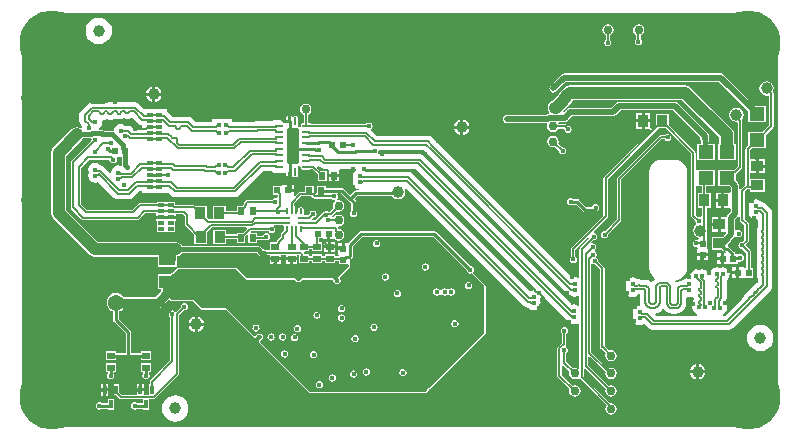
<source format=gtl>
G04*
G04 #@! TF.GenerationSoftware,Altium Limited,Altium Designer,21.2.2 (38)*
G04*
G04 Layer_Physical_Order=1*
G04 Layer_Color=255*
%FSLAX44Y44*%
%MOMM*%
G71*
G04*
G04 #@! TF.SameCoordinates,2A6C1C92-B5F8-495A-87A3-FCD029FF8D19*
G04*
G04*
G04 #@! TF.FilePolarity,Positive*
G04*
G01*
G75*
%ADD11C,0.2000*%
%ADD12C,0.2540*%
%ADD14C,0.2032*%
%ADD15R,0.6500X0.5500*%
%ADD16R,0.6200X0.6200*%
%ADD17R,0.6200X0.6200*%
G04:AMPARAMS|DCode=18|XSize=0.2mm|YSize=0.5mm|CornerRadius=0.01mm|HoleSize=0mm|Usage=FLASHONLY|Rotation=0.000|XOffset=0mm|YOffset=0mm|HoleType=Round|Shape=RoundedRectangle|*
%AMROUNDEDRECTD18*
21,1,0.2000,0.4800,0,0,0.0*
21,1,0.1800,0.5000,0,0,0.0*
1,1,0.0200,0.0900,-0.2400*
1,1,0.0200,-0.0900,-0.2400*
1,1,0.0200,-0.0900,0.2400*
1,1,0.0200,0.0900,0.2400*
%
%ADD18ROUNDEDRECTD18*%
G04:AMPARAMS|DCode=19|XSize=0.2mm|YSize=0.7mm|CornerRadius=0.01mm|HoleSize=0mm|Usage=FLASHONLY|Rotation=270.000|XOffset=0mm|YOffset=0mm|HoleType=Round|Shape=RoundedRectangle|*
%AMROUNDEDRECTD19*
21,1,0.2000,0.6800,0,0,270.0*
21,1,0.1800,0.7000,0,0,270.0*
1,1,0.0200,-0.3400,-0.0900*
1,1,0.0200,-0.3400,0.0900*
1,1,0.0200,0.3400,0.0900*
1,1,0.0200,0.3400,-0.0900*
%
%ADD19ROUNDEDRECTD19*%
G04:AMPARAMS|DCode=20|XSize=0.25mm|YSize=0.6mm|CornerRadius=0.025mm|HoleSize=0mm|Usage=FLASHONLY|Rotation=270.000|XOffset=0mm|YOffset=0mm|HoleType=Round|Shape=RoundedRectangle|*
%AMROUNDEDRECTD20*
21,1,0.2500,0.5500,0,0,270.0*
21,1,0.2000,0.6000,0,0,270.0*
1,1,0.0500,-0.2750,-0.1000*
1,1,0.0500,-0.2750,0.1000*
1,1,0.0500,0.2750,0.1000*
1,1,0.0500,0.2750,-0.1000*
%
%ADD20ROUNDEDRECTD20*%
G04:AMPARAMS|DCode=21|XSize=0.25mm|YSize=0.6mm|CornerRadius=0.025mm|HoleSize=0mm|Usage=FLASHONLY|Rotation=180.000|XOffset=0mm|YOffset=0mm|HoleType=Round|Shape=RoundedRectangle|*
%AMROUNDEDRECTD21*
21,1,0.2500,0.5500,0,0,180.0*
21,1,0.2000,0.6000,0,0,180.0*
1,1,0.0500,-0.1000,0.2750*
1,1,0.0500,0.1000,0.2750*
1,1,0.0500,0.1000,-0.2750*
1,1,0.0500,-0.1000,-0.2750*
%
%ADD21ROUNDEDRECTD21*%
%ADD22R,0.3000X0.7100*%
%ADD23R,1.4000X1.0500*%
%ADD24R,0.9000X1.0000*%
%ADD25R,0.5500X0.3000*%
%ADD26R,0.5500X0.4000*%
%ADD27R,0.3600X0.3200*%
%ADD28R,1.2700X1.1430*%
%ADD29R,0.5500X0.6500*%
%ADD30R,1.0000X0.9000*%
%ADD39C,1.0000*%
%ADD57C,0.1308*%
%ADD58C,0.1778*%
G04:AMPARAMS|DCode=59|XSize=1mm|YSize=3mm|CornerRadius=0.05mm|HoleSize=0mm|Usage=FLASHONLY|Rotation=180.000|XOffset=0mm|YOffset=0mm|HoleType=Round|Shape=RoundedRectangle|*
%AMROUNDEDRECTD59*
21,1,1.0000,2.9000,0,0,180.0*
21,1,0.9000,3.0000,0,0,180.0*
1,1,0.1000,-0.4500,1.4500*
1,1,0.1000,0.4500,1.4500*
1,1,0.1000,0.4500,-1.4500*
1,1,0.1000,-0.4500,-1.4500*
%
%ADD59ROUNDEDRECTD59*%
%ADD60C,0.7500*%
%ADD61C,0.2500*%
%ADD62C,1.0160*%
%ADD63C,0.1500*%
%ADD64C,0.2500*%
%ADD65C,0.1524*%
%ADD66C,0.3810*%
%ADD67C,0.5000*%
%ADD68C,0.7620*%
%ADD69C,0.4000*%
%ADD70C,0.5080*%
%ADD71C,0.2200*%
%ADD72C,5.3000*%
%ADD73C,5.5000*%
%ADD74O,1.9000X1.1000*%
%ADD75O,2.4000X1.1000*%
%ADD76C,1.3680*%
%ADD77R,1.3680X1.3680*%
%ADD78C,0.4000*%
%ADD79C,0.6096*%
%ADD80C,0.4064*%
G36*
X30000Y355079D02*
X624600D01*
X624823Y355124D01*
X628608Y354751D01*
X632463Y353582D01*
X636015Y351683D01*
X639128Y349128D01*
X641683Y346015D01*
X643582Y342463D01*
X644751Y338608D01*
X645124Y334824D01*
X645079Y334600D01*
X645079Y30000D01*
X645139Y29702D01*
X644685Y25090D01*
X643252Y20368D01*
X640927Y16017D01*
X637797Y12203D01*
X633983Y9073D01*
X629632Y6748D01*
X624910Y5315D01*
X620298Y4861D01*
X620000Y4920D01*
X30000D01*
X29702Y4861D01*
X25090Y5315D01*
X20368Y6748D01*
X16017Y9073D01*
X12203Y12203D01*
X9073Y16017D01*
X6748Y20368D01*
X5315Y25090D01*
X4956Y28744D01*
X4921Y30000D01*
X4920Y31263D01*
X4920Y330000D01*
X4861Y330298D01*
X5315Y334910D01*
X6748Y339632D01*
X9073Y343983D01*
X12203Y347797D01*
X16017Y350927D01*
X20368Y353252D01*
X25090Y354685D01*
X29702Y355139D01*
X30000Y355079D01*
D02*
G37*
%LPC*%
G36*
X70000Y351237D02*
X67092Y350854D01*
X64381Y349732D01*
X62054Y347946D01*
X60268Y345619D01*
X59146Y342908D01*
X58763Y340000D01*
X59146Y337092D01*
X60268Y334381D01*
X62054Y332054D01*
X64381Y330268D01*
X67092Y329146D01*
X70000Y328763D01*
X72908Y329146D01*
X75619Y330268D01*
X77946Y332054D01*
X79732Y334381D01*
X80854Y337092D01*
X81237Y340000D01*
X80854Y342908D01*
X79732Y345619D01*
X77946Y347946D01*
X75619Y349732D01*
X72908Y350854D01*
X70000Y351237D01*
D02*
G37*
G36*
X527050Y345473D02*
X525190Y345103D01*
X523614Y344050D01*
X522561Y342474D01*
X522191Y340614D01*
X522561Y338754D01*
X523614Y337178D01*
X525164Y336142D01*
Y333479D01*
X524704Y333172D01*
X524038Y332174D01*
X523804Y330997D01*
X524038Y329821D01*
X524704Y328823D01*
X525702Y328156D01*
X526879Y327922D01*
X528055Y328156D01*
X529053Y328823D01*
X529720Y329821D01*
X529954Y330997D01*
X529720Y332174D01*
X529053Y333172D01*
X528765Y333364D01*
Y336096D01*
X528910Y336124D01*
X530486Y337178D01*
X531539Y338754D01*
X531909Y340614D01*
X531539Y342474D01*
X530486Y344050D01*
X528910Y345103D01*
X527050Y345473D01*
D02*
G37*
G36*
X501030Y345585D02*
X499171Y345215D01*
X497594Y344162D01*
X496541Y342585D01*
X496171Y340726D01*
X496541Y338866D01*
X497594Y337290D01*
X499171Y336236D01*
X499230Y336224D01*
Y332525D01*
X498856Y332275D01*
X498189Y331277D01*
X497955Y330101D01*
X498189Y328924D01*
X498856Y327926D01*
X499854Y327259D01*
X501030Y327025D01*
X502207Y327259D01*
X503205Y327926D01*
X503871Y328924D01*
X504105Y330101D01*
X503871Y331277D01*
X503205Y332275D01*
X502831Y332525D01*
Y336224D01*
X502890Y336236D01*
X504466Y337290D01*
X505520Y338866D01*
X505890Y340726D01*
X505520Y342585D01*
X504466Y344162D01*
X502890Y345215D01*
X501030Y345585D01*
D02*
G37*
G36*
X117856Y292941D02*
Y287782D01*
X123015D01*
X122958Y288219D01*
X122299Y289810D01*
X121250Y291176D01*
X119884Y292225D01*
X118293Y292884D01*
X117856Y292941D01*
D02*
G37*
G36*
X115316Y292941D02*
X114879Y292884D01*
X113288Y292225D01*
X111922Y291176D01*
X110873Y289810D01*
X110214Y288219D01*
X110157Y287782D01*
X115316D01*
Y292941D01*
D02*
G37*
G36*
Y285242D02*
X110157D01*
X110214Y284805D01*
X110873Y283214D01*
X111922Y281848D01*
X113288Y280799D01*
X114879Y280140D01*
X115316Y280083D01*
Y285242D01*
D02*
G37*
G36*
X123015D02*
X117856D01*
Y280083D01*
X118293Y280140D01*
X119884Y280799D01*
X121250Y281848D01*
X122299Y283214D01*
X122958Y284805D01*
X123015Y285242D01*
D02*
G37*
G36*
X537108Y270416D02*
X532338D01*
Y265146D01*
X537108D01*
Y270416D01*
D02*
G37*
G36*
X529798D02*
X525028D01*
Y265146D01*
X529798D01*
Y270416D01*
D02*
G37*
G36*
X596724Y304067D02*
X464058D01*
X462686Y303794D01*
X461523Y303017D01*
X452460Y293954D01*
X452459Y293953D01*
X451682Y292790D01*
X451409Y291418D01*
X451682Y290046D01*
X452459Y288883D01*
X453622Y288106D01*
X454994Y287833D01*
X454994D01*
X456366Y288106D01*
X457529Y288883D01*
X465543Y296897D01*
X595239D01*
X620014Y272122D01*
Y263095D01*
X634746D01*
Y276557D01*
X625719D01*
X599259Y303017D01*
X598096Y303794D01*
X596724Y304067D01*
D02*
G37*
G36*
X378714Y265001D02*
Y259842D01*
X383873D01*
X383816Y260279D01*
X383157Y261870D01*
X382108Y263236D01*
X380742Y264285D01*
X379151Y264944D01*
X378714Y265001D01*
D02*
G37*
G36*
X376174Y265001D02*
X375737Y264944D01*
X374146Y264285D01*
X372780Y263236D01*
X371731Y261870D01*
X371072Y260279D01*
X371015Y259842D01*
X376174D01*
Y265001D01*
D02*
G37*
G36*
X100853Y279587D02*
X64098D01*
X62265Y279222D01*
X60710Y278184D01*
X55049Y272523D01*
X54011Y270968D01*
X53646Y269135D01*
Y264069D01*
X54011Y262236D01*
X55049Y260681D01*
X55913Y259818D01*
X55626Y258376D01*
X54613Y257788D01*
X54302Y257733D01*
X53743Y258106D01*
X51364Y258580D01*
X48986Y258106D01*
X46969Y256759D01*
X31605Y241395D01*
X30258Y239379D01*
X29785Y237000D01*
Y186000D01*
X30258Y183621D01*
X31605Y181605D01*
X62605Y150605D01*
X64621Y149258D01*
X67000Y148785D01*
X119984D01*
Y140234D01*
X136016D01*
Y146069D01*
X136135Y146670D01*
Y149010D01*
X137379Y149258D01*
X139395Y150605D01*
X140342Y152022D01*
X203176D01*
X205304Y149894D01*
X206270Y149249D01*
X207410Y149022D01*
X210000D01*
X211140Y149249D01*
X212106Y149894D01*
X212129Y149928D01*
X214760D01*
Y148381D01*
X224340D01*
Y149928D01*
X228510D01*
Y148381D01*
X238090D01*
Y149928D01*
X239828D01*
Y143380D01*
X248360D01*
Y145074D01*
X250496D01*
Y143380D01*
X259028D01*
Y145074D01*
X261164D01*
Y143380D01*
X269696D01*
Y145074D01*
X272998D01*
Y142260D01*
X281230D01*
X282014Y141315D01*
Y140568D01*
X273090Y131643D01*
X273068Y131590D01*
X273017Y131563D01*
X273017Y131562D01*
X272910Y131208D01*
X272822Y130996D01*
X272801Y130964D01*
X272803Y130951D01*
X272768Y130866D01*
X272790Y130813D01*
X272773Y130758D01*
X272785Y130642D01*
X272785Y130641D01*
X272912Y130403D01*
X272965Y130139D01*
X273510Y129323D01*
X273659Y128575D01*
X273510Y127827D01*
X273086Y127193D01*
X272452Y126770D01*
X271705Y126621D01*
X270957Y126770D01*
X270323Y127194D01*
X269900Y127827D01*
X269708Y128790D01*
X269558Y129014D01*
X269480Y129273D01*
X268896Y129984D01*
X268846Y130011D01*
X268824Y130064D01*
X268481Y130205D01*
X268154Y130380D01*
X268099Y130364D01*
X268046Y130386D01*
X241826D01*
X241695Y130332D01*
X241608Y130349D01*
X241458Y130249D01*
X241215Y130201D01*
X241153Y130107D01*
X241048Y130064D01*
X240997Y129941D01*
X240908Y129881D01*
X240363Y129066D01*
X239729Y128642D01*
X238982Y128493D01*
X238234Y128642D01*
X237600Y129066D01*
X237055Y129881D01*
X236966Y129941D01*
X236915Y130064D01*
X236811Y130107D01*
X236748Y130201D01*
X236505Y130249D01*
X236355Y130349D01*
X236268Y130332D01*
X236138Y130386D01*
X195781D01*
X186960Y139208D01*
X186182Y139530D01*
X137825D01*
X137464Y139380D01*
X137095Y139252D01*
X132306Y134997D01*
X131128Y134763D01*
X129965Y133986D01*
X129818Y133766D01*
X119984D01*
Y121234D01*
X122900D01*
X123005Y119964D01*
X117962Y114921D01*
X90632D01*
X90106Y115606D01*
X88464Y116866D01*
X86552Y117658D01*
X84500Y117928D01*
X82448Y117658D01*
X80536Y116866D01*
X78894Y115606D01*
X77634Y113964D01*
X76842Y112052D01*
X76572Y110000D01*
X76842Y107948D01*
X77634Y106036D01*
X78894Y104394D01*
X80536Y103134D01*
X82169Y102458D01*
Y95500D01*
X82347Y94608D01*
X82852Y93852D01*
X92669Y84035D01*
Y67331D01*
X84266D01*
Y68766D01*
X75734D01*
Y61234D01*
X84266D01*
Y62669D01*
X105734D01*
Y61234D01*
X114266D01*
Y68766D01*
X105734D01*
Y67331D01*
X97331D01*
Y85000D01*
X97153Y85892D01*
X96648Y86648D01*
X86831Y96465D01*
Y102458D01*
X88464Y103134D01*
X90106Y104394D01*
X90632Y105079D01*
X120000D01*
X121883Y105454D01*
X123479Y106521D01*
X129749Y112790D01*
X131048Y111490D01*
X131826Y111168D01*
X149658D01*
X156448Y104378D01*
X157226Y104056D01*
X177598D01*
X201020Y80634D01*
X201174Y80571D01*
X201280Y80442D01*
X201548Y80416D01*
X201798Y80312D01*
X201952Y80376D01*
X202117Y80360D01*
X203495Y80778D01*
X203624Y80883D01*
X203787Y80916D01*
X203937Y81140D01*
X204146Y81312D01*
X204162Y81477D01*
X204255Y81615D01*
X204270Y81692D01*
X204693Y82326D01*
X205327Y82749D01*
X206075Y82898D01*
X206822Y82749D01*
X207456Y82325D01*
X207880Y81692D01*
X208029Y80944D01*
X207880Y80196D01*
X207456Y79562D01*
X206822Y79139D01*
X206746Y79124D01*
X206608Y79031D01*
X206443Y79015D01*
X206271Y78806D01*
X206047Y78656D01*
X206014Y78493D01*
X205909Y78364D01*
X205490Y76986D01*
X205507Y76821D01*
X205443Y76667D01*
X205546Y76418D01*
X205573Y76149D01*
X205702Y76043D01*
X205765Y75890D01*
X247797Y33858D01*
X248574Y33536D01*
X347056D01*
X347833Y33858D01*
X348850Y34875D01*
X348973Y35171D01*
X349151Y35438D01*
X349223Y35800D01*
X349646Y36434D01*
X350280Y36857D01*
X350642Y36929D01*
X350909Y37107D01*
X351205Y37230D01*
X397271Y83296D01*
X397594Y84074D01*
X397594Y123952D01*
X397271Y124729D01*
X386734Y135268D01*
X386754Y135471D01*
X387427Y136479D01*
X387664Y137668D01*
X387427Y138857D01*
X386754Y139866D01*
X385745Y140539D01*
X384791Y140729D01*
X355710Y169810D01*
X354954Y170315D01*
X354062Y170493D01*
X292393D01*
X291501Y170315D01*
X290745Y169810D01*
X281466Y160531D01*
X281122Y160016D01*
X278384D01*
Y155376D01*
X277114D01*
Y154106D01*
X272474D01*
Y150736D01*
X272998Y150492D01*
Y149218D01*
X269696D01*
Y150912D01*
X261164D01*
Y149218D01*
X259028D01*
Y150912D01*
X250496D01*
Y149218D01*
X248360D01*
Y150912D01*
X244412D01*
X244308Y151432D01*
X243859Y152104D01*
X243859Y152104D01*
X243756Y152207D01*
X244242Y153380D01*
X248360D01*
Y155345D01*
X250496D01*
Y153380D01*
X259028D01*
Y160912D01*
X256563D01*
Y164261D01*
X259888D01*
X260132Y163737D01*
X263502D01*
Y168377D01*
X266042D01*
Y163737D01*
X269412D01*
X269412Y163737D01*
Y163737D01*
X270518Y163288D01*
X271140Y162872D01*
X273000Y162502D01*
X274860Y162872D01*
X276436Y163925D01*
X277489Y165502D01*
X277859Y167362D01*
X277489Y169221D01*
X276436Y170798D01*
X274860Y171851D01*
X273000Y172221D01*
X272805Y173053D01*
X272550Y173435D01*
X272846Y174227D01*
X273173Y174675D01*
X274860Y175010D01*
X276436Y176064D01*
X277490Y177640D01*
X277860Y179500D01*
X277490Y181360D01*
X276436Y182936D01*
X274860Y183989D01*
X273000Y184359D01*
X271141Y183989D01*
X269564Y182936D01*
X268726Y181682D01*
X267453D01*
X267242Y182935D01*
X267909Y183381D01*
X271723Y187195D01*
X273000Y186940D01*
X274860Y187310D01*
X276436Y188364D01*
X277490Y189940D01*
X277859Y191800D01*
X277490Y193659D01*
X276436Y195236D01*
X274860Y196289D01*
X273000Y196659D01*
X272139Y196488D01*
X271639Y197516D01*
X271602Y197676D01*
X272245Y198639D01*
X272479Y199815D01*
X272245Y200992D01*
X272086Y201230D01*
X272765Y202500D01*
X274942D01*
X281135Y196308D01*
X281135Y196307D01*
X283444Y193998D01*
Y187534D01*
X282914Y186740D01*
X282680Y185563D01*
X282914Y184387D01*
X283580Y183389D01*
X284578Y182722D01*
X285755Y182488D01*
X286931Y182722D01*
X287929Y183389D01*
X288596Y184387D01*
X288830Y185563D01*
X288596Y186740D01*
X288065Y187534D01*
Y194955D01*
X287889Y195839D01*
X287388Y196588D01*
X286671Y197306D01*
Y198576D01*
X288387Y200293D01*
X318583D01*
X319209Y199356D01*
X321199Y198027D01*
X323546Y197560D01*
X325894Y198027D01*
X327884Y199356D01*
X329213Y201346D01*
X329680Y203694D01*
X329213Y206041D01*
X330224Y206815D01*
X429883Y107155D01*
X431437Y106117D01*
X433271Y105752D01*
X433601D01*
X433938Y105248D01*
X435871Y103957D01*
X438150Y103503D01*
X440429Y103957D01*
X442362Y105248D01*
X443653Y107180D01*
X444106Y109460D01*
X443653Y111739D01*
X443479Y112000D01*
X443653Y112260D01*
X444106Y114540D01*
X443814Y116008D01*
X444985Y116634D01*
X467109Y94509D01*
X467716Y94104D01*
X468288Y93248D01*
X470220Y91957D01*
X472500Y91503D01*
X474779Y91957D01*
X475685Y92562D01*
X476955Y91883D01*
Y54617D01*
X475685Y53938D01*
X474860Y54489D01*
X473000Y54859D01*
X471140Y54489D01*
X471090Y54456D01*
X465976Y59571D01*
Y67307D01*
X466349Y67557D01*
X467016Y68555D01*
X467250Y69731D01*
X467016Y70908D01*
X466349Y71906D01*
X465623Y72391D01*
X465229Y73793D01*
X465328Y73892D01*
X465719Y74476D01*
X465856Y75165D01*
Y83622D01*
X466230Y83871D01*
X466896Y84869D01*
X467130Y86046D01*
X466896Y87222D01*
X466230Y88220D01*
X465232Y88887D01*
X464055Y89121D01*
X462878Y88887D01*
X461881Y88220D01*
X461214Y87222D01*
X460980Y86046D01*
X461214Y84869D01*
X461881Y83871D01*
X462254Y83622D01*
Y75911D01*
X458727Y72383D01*
X458336Y71799D01*
X458199Y71110D01*
Y48000D01*
X458336Y47311D01*
X458727Y46727D01*
X468544Y36910D01*
X468511Y36860D01*
X468141Y35000D01*
X468511Y33140D01*
X469564Y31564D01*
X471140Y30510D01*
X473000Y30141D01*
X474860Y30510D01*
X476436Y31564D01*
X477490Y33140D01*
X477859Y35000D01*
X477490Y36860D01*
X476436Y38436D01*
X474860Y39490D01*
X473000Y39859D01*
X471140Y39490D01*
X471090Y39456D01*
X461800Y48746D01*
Y56914D01*
X462390Y57256D01*
X463070Y57383D01*
X468544Y51910D01*
X468511Y51860D01*
X468141Y50000D01*
X468511Y48140D01*
X469564Y46564D01*
X471140Y45511D01*
X473000Y45141D01*
X474860Y45511D01*
X475757Y46110D01*
X476285Y46029D01*
X477250Y45670D01*
X477486Y45317D01*
X499935Y22869D01*
X499260Y21860D01*
X498891Y20000D01*
X499260Y18140D01*
X500314Y16564D01*
X501890Y15510D01*
X503750Y15141D01*
X505610Y15510D01*
X507186Y16564D01*
X508240Y18140D01*
X508609Y20000D01*
X508240Y21860D01*
X507186Y23436D01*
X505610Y24490D01*
X503750Y24859D01*
X503184Y24747D01*
X480581Y47350D01*
Y53809D01*
X481851Y54336D01*
X499287Y36899D01*
X499260Y36860D01*
X498891Y35000D01*
X499260Y33140D01*
X500314Y31564D01*
X501890Y30510D01*
X503750Y30141D01*
X505610Y30510D01*
X507186Y31564D01*
X508240Y33140D01*
X508609Y35000D01*
X508240Y36860D01*
X507186Y38436D01*
X505610Y39490D01*
X503750Y39859D01*
X501890Y39490D01*
X501851Y39463D01*
X484311Y57003D01*
Y63916D01*
X485484Y64402D01*
X499056Y50830D01*
X498891Y50000D01*
X499260Y48140D01*
X500314Y46564D01*
X501890Y45511D01*
X503750Y45141D01*
X505610Y45511D01*
X507186Y46564D01*
X508240Y48140D01*
X508609Y50000D01*
X508240Y51860D01*
X507186Y53436D01*
X505610Y54489D01*
X503750Y54859D01*
X501890Y54489D01*
X501072Y53942D01*
X486851Y68163D01*
Y142444D01*
X488121Y143056D01*
X488635Y142712D01*
X489812Y142478D01*
X490239Y142563D01*
X494571Y138231D01*
Y72241D01*
X494709Y71547D01*
X495102Y70959D01*
X495480Y70706D01*
X499287Y66899D01*
X499260Y66860D01*
X498891Y65000D01*
X499260Y63140D01*
X500314Y61564D01*
X501890Y60511D01*
X503750Y60141D01*
X505610Y60511D01*
X507186Y61564D01*
X508240Y63140D01*
X508609Y65000D01*
X508240Y66860D01*
X507186Y68436D01*
X505610Y69489D01*
X503750Y69859D01*
X501890Y69489D01*
X501851Y69463D01*
X498196Y73117D01*
Y138982D01*
X498058Y139675D01*
X497665Y140264D01*
X492803Y145126D01*
X492887Y145553D01*
X492653Y146730D01*
X491987Y147727D01*
X490989Y148394D01*
X491383Y149456D01*
X491617Y150633D01*
X491383Y151810D01*
X490717Y152807D01*
X490082Y153231D01*
X489927Y154400D01*
X489995Y154701D01*
X490197Y154836D01*
X490864Y155834D01*
X491098Y157011D01*
X490864Y158187D01*
X490197Y159185D01*
X489200Y159852D01*
X488023Y160086D01*
X487498Y159981D01*
X486872Y161152D01*
X488629Y162909D01*
X489056Y162824D01*
X490233Y163058D01*
X491230Y163724D01*
X491897Y164722D01*
X492131Y165899D01*
X491897Y167076D01*
X491230Y168073D01*
X490233Y168740D01*
X489481Y168889D01*
X488990Y170040D01*
X488981Y170185D01*
X500383Y181587D01*
X500774Y182171D01*
X500911Y182860D01*
Y214655D01*
X544116Y257860D01*
X550038D01*
X571650Y236248D01*
Y183687D01*
X571787Y182998D01*
X572177Y182414D01*
X575041Y179549D01*
X574996Y179324D01*
X575233Y178135D01*
X575761Y177345D01*
X575906Y176197D01*
Y175915D01*
X574893Y175237D01*
X573563Y173247D01*
X573096Y170900D01*
X573563Y168553D01*
X574893Y166563D01*
X576883Y165233D01*
X578186Y164974D01*
X579017Y163528D01*
X579013Y163516D01*
X577106D01*
Y163516D01*
X576515Y163031D01*
X575970Y163139D01*
X574780Y162903D01*
X573772Y162229D01*
X573098Y161221D01*
X572862Y160032D01*
X573098Y158842D01*
X573772Y157834D01*
X574780Y157161D01*
X575970Y156924D01*
X576124Y156955D01*
X577106Y156149D01*
Y156093D01*
X576582Y155040D01*
X576582Y154231D01*
Y151670D01*
X581222D01*
X585862D01*
Y154231D01*
X585862Y155040D01*
X585338Y156093D01*
Y163516D01*
X584566D01*
Y168057D01*
X584897Y168553D01*
X585364Y170900D01*
X584897Y173247D01*
X584566Y173743D01*
Y190410D01*
X588010D01*
Y202442D01*
X584295D01*
Y208837D01*
X591566D01*
Y222299D01*
X576834D01*
Y208837D01*
X580694D01*
Y202442D01*
X576978D01*
Y190410D01*
X580422D01*
Y182968D01*
X579435Y182292D01*
X579152Y182223D01*
X578104Y182432D01*
X577393Y182290D01*
X575251Y184433D01*
Y236994D01*
X575114Y237683D01*
X574723Y238267D01*
X552584Y260406D01*
Y269892D01*
X541552D01*
Y260424D01*
X538317Y257188D01*
X537108Y257776D01*
X537108Y258424D01*
Y262606D01*
X532338D01*
Y257336D01*
X535929D01*
X536668Y257336D01*
X537255Y256127D01*
X497828Y216700D01*
X497435Y216112D01*
X497297Y215418D01*
X497309Y215356D01*
Y183606D01*
X470482Y156779D01*
X470092Y156195D01*
X469955Y155506D01*
Y149013D01*
X469558Y148748D01*
X468885Y147740D01*
X468648Y146550D01*
X468885Y145361D01*
X469558Y144353D01*
X470566Y143679D01*
X471756Y143443D01*
X472945Y143679D01*
X473953Y144353D01*
X474627Y145361D01*
X474863Y146550D01*
X474627Y147740D01*
X473953Y148748D01*
X473556Y149013D01*
Y154760D01*
X483760Y164964D01*
X485098Y164506D01*
X485098Y164505D01*
X477486Y156893D01*
X477093Y156305D01*
X476955Y155611D01*
Y131730D01*
X475835Y131132D01*
X475279Y131503D01*
X473000Y131957D01*
X470720Y131503D01*
X470559Y131395D01*
X355660Y246294D01*
X355248Y246569D01*
X351795Y250022D01*
X350241Y251060D01*
X348407Y251425D01*
X305497D01*
X300805Y256117D01*
X300927Y257364D01*
X301594Y258362D01*
X301828Y259538D01*
X301594Y260715D01*
X300927Y261713D01*
X299930Y262379D01*
X298753Y262614D01*
X297576Y262379D01*
X296579Y261713D01*
X296485Y261573D01*
X249334D01*
X249269Y261730D01*
X248300Y262131D01*
X247013D01*
Y269012D01*
X247060Y269021D01*
X248636Y270075D01*
X249690Y271651D01*
X250060Y273511D01*
X249690Y275370D01*
X248636Y276947D01*
X247060Y278000D01*
X245200Y278370D01*
X243341Y278000D01*
X241764Y276947D01*
X240711Y275370D01*
X240341Y273511D01*
X240711Y271651D01*
X241764Y270075D01*
X243341Y269021D01*
X243387Y269012D01*
Y262131D01*
X242800D01*
X241831Y261730D01*
X241430Y260760D01*
Y259628D01*
X241216Y259585D01*
X239993Y258768D01*
X239295Y258945D01*
X238696Y259212D01*
X238525Y259827D01*
X238519Y260042D01*
X238921Y261010D01*
Y266511D01*
X238519Y267479D01*
X237551Y267881D01*
X235551D01*
X234582Y267479D01*
X233483Y268040D01*
X233249Y268197D01*
X232821Y268282D01*
Y263761D01*
X230281D01*
Y268282D01*
X229852Y268197D01*
X229260Y267801D01*
X228864Y267209D01*
X228725Y266511D01*
Y264882D01*
X227455Y264203D01*
X226884Y264585D01*
X225300Y264900D01*
X219800D01*
X218216Y264585D01*
X216873Y263688D01*
X216753Y263508D01*
X203036D01*
X201202Y263144D01*
X201105Y263079D01*
X183931D01*
X182987Y263266D01*
Y265741D01*
X166167D01*
Y263266D01*
X165223Y263079D01*
X152021D01*
X149245Y265855D01*
X147691Y266894D01*
X145857Y267258D01*
X132537D01*
X128338Y271458D01*
X127878Y271765D01*
Y273991D01*
X108434D01*
X104241Y278184D01*
X102687Y279222D01*
X100853Y279587D01*
D02*
G37*
G36*
X529798Y262606D02*
X525028D01*
Y257336D01*
X529798D01*
Y262606D01*
D02*
G37*
G36*
X383873Y257302D02*
X378714D01*
Y252143D01*
X379151Y252200D01*
X380742Y252859D01*
X382108Y253908D01*
X383157Y255274D01*
X383816Y256865D01*
X383873Y257302D01*
D02*
G37*
G36*
X376174D02*
X371015D01*
X371072Y256865D01*
X371731Y255274D01*
X372780Y253908D01*
X374146Y252859D01*
X375737Y252200D01*
X376174Y252143D01*
Y257302D01*
D02*
G37*
G36*
X551539Y253121D02*
X550350Y252884D01*
X549342Y252211D01*
X549076Y251814D01*
X545663D01*
X544974Y251677D01*
X544390Y251286D01*
X509391Y216288D01*
X509001Y215703D01*
X508863Y215014D01*
Y180358D01*
X498917Y170411D01*
X498448Y170504D01*
X497259Y170268D01*
X496251Y169594D01*
X495577Y168586D01*
X495341Y167397D01*
X495577Y166208D01*
X496251Y165199D01*
X497259Y164526D01*
X498448Y164289D01*
X499638Y164526D01*
X500646Y165199D01*
X501319Y166208D01*
X501556Y167397D01*
X501463Y167865D01*
X511937Y178339D01*
X512327Y178923D01*
X512465Y179613D01*
Y214269D01*
X546409Y248213D01*
X549076D01*
X549342Y247816D01*
X550350Y247142D01*
X551539Y246905D01*
X552728Y247142D01*
X553737Y247816D01*
X554410Y248824D01*
X554647Y250013D01*
X554410Y251202D01*
X553737Y252211D01*
X552728Y252884D01*
X551539Y253121D01*
D02*
G37*
G36*
X454455Y251167D02*
X452595Y250797D01*
X451019Y249743D01*
X449966Y248167D01*
X449596Y246307D01*
X449966Y244448D01*
X451019Y242871D01*
X452595Y241818D01*
X454455Y241448D01*
X456315Y241818D01*
X456334Y241831D01*
X459599Y238566D01*
X459571Y238425D01*
X459806Y237248D01*
X460472Y236251D01*
X461470Y235584D01*
X462647Y235350D01*
X463823Y235584D01*
X464821Y236251D01*
X465488Y237248D01*
X465722Y238425D01*
X465488Y239602D01*
X464821Y240600D01*
X463823Y241266D01*
X462647Y241500D01*
X462506Y241472D01*
X459042Y244937D01*
X459314Y246307D01*
X458945Y248167D01*
X457891Y249743D01*
X456315Y250797D01*
X454455Y251167D01*
D02*
G37*
G36*
X557985Y231100D02*
X546015D01*
X545911Y231057D01*
X545801Y231079D01*
X543869Y230694D01*
X543775Y230632D01*
X543662D01*
X541842Y229878D01*
X541763Y229798D01*
X541652Y229776D01*
X540014Y228682D01*
X539952Y228588D01*
X539848Y228545D01*
X538455Y227152D01*
X538412Y227048D01*
X538318Y226986D01*
X537224Y225348D01*
X537202Y225237D01*
X537122Y225158D01*
X536368Y223338D01*
Y223225D01*
X536306Y223131D01*
X535922Y221199D01*
X535943Y221089D01*
X535900Y220985D01*
Y220000D01*
Y140000D01*
Y139015D01*
X535943Y138911D01*
X535922Y138800D01*
X536306Y136869D01*
X536368Y136775D01*
Y136662D01*
X537122Y134842D01*
X537202Y134763D01*
X537224Y134652D01*
X538318Y133014D01*
X538412Y132952D01*
X538455Y132848D01*
X539848Y131455D01*
X539952Y131412D01*
X540014Y131318D01*
X540476Y131010D01*
X540527Y129448D01*
X539809Y128897D01*
X539041Y127896D01*
X537412Y127600D01*
X537305Y127646D01*
X536822Y128016D01*
X535161Y128704D01*
X533804Y128883D01*
X533379Y128967D01*
X530096D01*
X529540Y129338D01*
X527665Y129711D01*
X527501Y129744D01*
Y129744D01*
X526409D01*
X525347Y130246D01*
X524249Y130979D01*
X521970Y131433D01*
X519691Y130979D01*
X517758Y129688D01*
X516467Y127755D01*
X516014Y125476D01*
X516467Y123197D01*
X516641Y122936D01*
X516467Y122676D01*
X516014Y120396D01*
X516467Y118117D01*
X517758Y116184D01*
X519691Y114893D01*
X521970Y114440D01*
X524249Y114893D01*
X526182Y116184D01*
X526664Y116905D01*
X528231D01*
Y110098D01*
X528257Y109968D01*
X528416Y108762D01*
X527917Y107578D01*
X527380Y107461D01*
X525633Y107114D01*
X523700Y105823D01*
X522409Y103890D01*
X521956Y101611D01*
X522409Y99331D01*
X522583Y99071D01*
X522409Y98810D01*
X521956Y96531D01*
X522409Y94251D01*
X523700Y92319D01*
X525633Y91028D01*
X527912Y90574D01*
X530192Y91028D01*
X531786Y92093D01*
X535597Y88282D01*
X535597Y88282D01*
X537073Y87295D01*
X538815Y86948D01*
X538815Y86948D01*
X603500D01*
X603500Y86948D01*
X605242Y87295D01*
X606718Y88282D01*
X638949Y120512D01*
X639935Y121988D01*
X640282Y123730D01*
X640282Y123730D01*
Y186055D01*
X639935Y187797D01*
X638949Y189274D01*
X638949Y189274D01*
X634548Y193674D01*
X633072Y194661D01*
X631330Y195007D01*
X631330Y195007D01*
X630803D01*
X630322Y195728D01*
X628390Y197019D01*
X626110Y197472D01*
X623831Y197019D01*
X621898Y195728D01*
X620607Y193796D01*
X620154Y191516D01*
X620607Y189237D01*
X620781Y188976D01*
X620607Y188715D01*
X620154Y186436D01*
X620607Y184157D01*
X621898Y182224D01*
X623831Y180933D01*
X626110Y180480D01*
X627238Y180704D01*
X628220Y179898D01*
Y173805D01*
X627603Y172882D01*
X627275Y171232D01*
X627186Y170784D01*
Y169998D01*
D01*
X627275Y169550D01*
X627603Y167899D01*
X627687Y167775D01*
X627603Y167650D01*
X627275Y165999D01*
X627186Y165551D01*
Y164766D01*
D01*
X627275Y164318D01*
X627603Y162667D01*
X627687Y162542D01*
X627603Y162418D01*
X627275Y160767D01*
X627186Y160319D01*
Y159534D01*
D01*
X627275Y159086D01*
X627603Y157435D01*
X627687Y157310D01*
X627603Y157185D01*
X627275Y155534D01*
X627186Y155086D01*
Y154301D01*
D01*
X627275Y153853D01*
X627603Y152202D01*
X627687Y152078D01*
X627603Y151953D01*
X627275Y150302D01*
X627186Y149854D01*
Y149069D01*
D01*
X627275Y148621D01*
X627603Y146970D01*
X627687Y146845D01*
X627603Y146721D01*
X627275Y145070D01*
X627186Y144621D01*
Y143836D01*
D01*
X627275Y143388D01*
X627603Y141737D01*
X627687Y141613D01*
X627603Y141488D01*
X627275Y139837D01*
X627186Y139389D01*
Y138604D01*
D01*
X627275Y138156D01*
X627603Y136505D01*
X627687Y136380D01*
X627603Y136256D01*
X627275Y134605D01*
X627186Y134157D01*
Y133372D01*
D01*
X627275Y132924D01*
X627603Y131273D01*
X628220Y130350D01*
Y126879D01*
X627179Y126672D01*
X625779Y125737D01*
X625399Y125483D01*
X625399Y125483D01*
X624847Y124931D01*
X624844Y124928D01*
X624844Y124928D01*
X623655Y123149D01*
X623626Y123001D01*
X623479Y122972D01*
X622079Y122037D01*
X621699Y121783D01*
X621699Y121783D01*
X621148Y121231D01*
X621144Y121228D01*
X621144Y121228D01*
X619955Y119449D01*
X619926Y119302D01*
X619779Y119272D01*
X618380Y118337D01*
X618000Y118083D01*
X618000Y118083D01*
X617448Y117532D01*
X617444Y117528D01*
X617445Y117528D01*
X616256Y115749D01*
X616039Y114661D01*
X615678Y114300D01*
X615678Y114300D01*
X614304Y112926D01*
X614304Y112926D01*
X600389Y99011D01*
X598638D01*
X598434Y99645D01*
X598427Y100281D01*
X600196Y101463D01*
X601487Y103395D01*
X601941Y105675D01*
X601487Y107954D01*
X600593Y109293D01*
X600328Y110437D01*
X601315Y111914D01*
X601661Y113655D01*
Y129165D01*
X602382Y129646D01*
X603673Y131579D01*
X604127Y133858D01*
X603673Y136138D01*
X602382Y138070D01*
X600449Y139361D01*
X598170Y139815D01*
X595891Y139361D01*
X595630Y139187D01*
X595369Y139361D01*
X593090Y139815D01*
X590811Y139361D01*
X588878Y138070D01*
X587587Y136138D01*
X587313Y134758D01*
X586754Y134608D01*
X585991Y134624D01*
X584825Y136369D01*
X582893Y137660D01*
X580613Y138113D01*
X578334Y137660D01*
X578073Y137486D01*
X577813Y137660D01*
X575533Y138113D01*
X573254Y137660D01*
X571321Y136369D01*
X570030Y134437D01*
X569577Y132157D01*
X569733Y131374D01*
X567749Y130979D01*
X565816Y129688D01*
X565335Y128967D01*
X564725D01*
X564595Y128941D01*
X562342Y128645D01*
X560122Y127725D01*
X559165Y126991D01*
X557819Y127291D01*
X557641Y127630D01*
X557806Y128241D01*
X558338Y128949D01*
X560131Y129306D01*
X560225Y129368D01*
X560338D01*
X562158Y130122D01*
X562237Y130202D01*
X562348Y130224D01*
X563986Y131318D01*
X564048Y131412D01*
X564152Y131455D01*
X565545Y132848D01*
X565588Y132952D01*
X565682Y133014D01*
X566776Y134652D01*
X566798Y134763D01*
X566878Y134842D01*
X567632Y136662D01*
Y136775D01*
X567694Y136868D01*
X568079Y138800D01*
X568057Y138911D01*
X568100Y139015D01*
Y140000D01*
Y220000D01*
Y220985D01*
X568057Y221089D01*
X568079Y221199D01*
X567694Y223131D01*
X567632Y223225D01*
Y223338D01*
X566878Y225158D01*
X566798Y225237D01*
X566776Y225348D01*
X565682Y226986D01*
X565588Y227048D01*
X565545Y227152D01*
X564152Y228545D01*
X564048Y228588D01*
X563986Y228682D01*
X562348Y229776D01*
X562237Y229798D01*
X562158Y229878D01*
X560338Y230632D01*
X560225D01*
X560131Y230694D01*
X558200Y231079D01*
X558089Y231057D01*
X557985Y231100D01*
D02*
G37*
G36*
X566386Y294032D02*
X468918D01*
X466540Y293559D01*
X464524Y292211D01*
X461187Y288875D01*
X459840Y286859D01*
X459817Y286743D01*
X456615Y283541D01*
X456615Y283541D01*
X453921Y280847D01*
X453806Y280824D01*
X451789Y279477D01*
X450442Y277460D01*
X449969Y275082D01*
X450442Y272703D01*
X451398Y271272D01*
X451369Y270955D01*
X450835Y269914D01*
X449907Y269729D01*
X449073Y269172D01*
X415567D01*
X414195Y268899D01*
X413032Y268122D01*
X412255Y266959D01*
X411982Y265587D01*
X412255Y264215D01*
X413032Y263052D01*
X414195Y262275D01*
X415567Y262002D01*
X448934D01*
X449245Y261646D01*
X449744Y260732D01*
X449430Y259151D01*
X449799Y257291D01*
X450853Y255715D01*
X452429Y254662D01*
X454289Y254292D01*
X456148Y254662D01*
X457725Y255715D01*
X458778Y257291D01*
X458790Y257350D01*
X462999D01*
X464148Y256649D01*
X464382Y255472D01*
X465049Y254474D01*
X466047Y253808D01*
X467223Y253573D01*
X468400Y253808D01*
X469398Y254474D01*
X470064Y255472D01*
X470299Y256649D01*
X470064Y257825D01*
X469398Y258823D01*
X468400Y259490D01*
X467223Y259724D01*
X466782Y259636D01*
X465994Y260424D01*
X465410Y260814D01*
X464721Y260952D01*
X459515D01*
X459145Y261562D01*
X459861Y262832D01*
X464537D01*
X465909Y263105D01*
X467072Y263882D01*
X470792Y267602D01*
X505185D01*
X506557Y267875D01*
X507720Y268652D01*
X511835Y272767D01*
X556045D01*
X579367Y249445D01*
Y248048D01*
X579640Y246676D01*
X579974Y246176D01*
Y244299D01*
X576834D01*
Y230837D01*
X591566D01*
Y244299D01*
X585930D01*
Y246176D01*
X586264Y246676D01*
X586537Y248048D01*
Y250930D01*
X586264Y252302D01*
X585487Y253465D01*
X560065Y278887D01*
X558902Y279664D01*
X557530Y279937D01*
X510350D01*
X508978Y279664D01*
X507815Y278887D01*
X503700Y274772D01*
X469307D01*
X467935Y274499D01*
X466772Y273722D01*
X463600Y270550D01*
X463089Y270639D01*
X462659Y272005D01*
X465405Y274751D01*
X465405Y274751D01*
X470358Y279704D01*
X471626Y281601D01*
X563811D01*
X595531Y249881D01*
Y244299D01*
X594614D01*
Y230837D01*
X609346D01*
Y244299D01*
X607962D01*
Y252455D01*
X607489Y254834D01*
X606142Y256850D01*
X570780Y292211D01*
X568764Y293559D01*
X568369Y293637D01*
X566386Y294032D01*
D02*
G37*
G36*
X634174Y231464D02*
X628904D01*
Y226694D01*
X634174D01*
Y231464D01*
D02*
G37*
G36*
Y224154D02*
X628904D01*
Y219384D01*
X634174D01*
Y224154D01*
D02*
G37*
G36*
X635508Y297472D02*
X633161Y297005D01*
X631171Y295675D01*
X629841Y293685D01*
X629374Y291338D01*
X629841Y288991D01*
X631171Y287001D01*
X633161Y285671D01*
X635508Y285204D01*
X636264Y285355D01*
X637246Y284549D01*
Y259987D01*
X631816Y254557D01*
X620014D01*
Y243390D01*
X618041Y241417D01*
X617592Y240745D01*
X617434Y239952D01*
X617434Y239952D01*
Y209934D01*
X616771Y209491D01*
X616771Y209491D01*
X613535Y206255D01*
X613387Y206034D01*
X612118Y206420D01*
Y209056D01*
X612118Y209056D01*
X611842Y210444D01*
X611056Y211620D01*
X611055Y211620D01*
X609346Y213330D01*
Y218821D01*
X609588Y218869D01*
X610172Y219260D01*
X614175Y223263D01*
X614566Y223847D01*
X614703Y224536D01*
Y263857D01*
X614566Y264546D01*
X614344Y264878D01*
X615521Y266639D01*
X615988Y268986D01*
X615521Y271333D01*
X614191Y273323D01*
X612201Y274653D01*
X609854Y275120D01*
X607507Y274653D01*
X605517Y273323D01*
X604187Y271333D01*
X603720Y268986D01*
X604187Y266639D01*
X605517Y264649D01*
X607507Y263319D01*
X609854Y262852D01*
X610120Y262905D01*
X611101Y262099D01*
Y225282D01*
X608153Y222334D01*
X606945D01*
X606771Y222299D01*
X594614D01*
Y208837D01*
X603583D01*
X604866Y207554D01*
Y204098D01*
X604534Y202966D01*
X603596Y202966D01*
X599764D01*
Y196426D01*
Y189886D01*
X604534Y189886D01*
X604866Y188753D01*
Y186654D01*
X602771Y184559D01*
X601986Y183383D01*
X601748Y182188D01*
X596646D01*
Y176148D01*
Y170108D01*
X600698D01*
X601225Y168838D01*
X598998Y166612D01*
X598365Y165664D01*
X589360D01*
Y154632D01*
X597596D01*
X598228Y154000D01*
X598984Y153495D01*
X599876Y153317D01*
X600441D01*
X600683Y152976D01*
X600027Y151706D01*
X599512D01*
Y147066D01*
Y142426D01*
X602882D01*
X603126Y142950D01*
X611358D01*
Y143923D01*
X611514Y144139D01*
X612628Y144848D01*
X613292Y144716D01*
X614481Y144953D01*
X615489Y145627D01*
X616163Y146635D01*
X616400Y147824D01*
X616163Y149013D01*
X615489Y150022D01*
X614481Y150695D01*
X613292Y150932D01*
X612628Y150800D01*
X611358Y151182D01*
Y151182D01*
X608604D01*
Y151537D01*
X608426Y152429D01*
X607921Y153185D01*
X603810Y157296D01*
X603054Y157801D01*
X602791Y157854D01*
X602355Y159213D01*
X604126Y160984D01*
X604126Y160984D01*
X604912Y162160D01*
X604939Y162297D01*
X607899Y165257D01*
X607899Y165257D01*
X608255Y165790D01*
X608631Y165901D01*
X609790Y165991D01*
X609798Y165988D01*
X610538Y165494D01*
X611727Y165257D01*
X612916Y165494D01*
X613924Y166168D01*
X614598Y167176D01*
X614835Y168365D01*
X614598Y169554D01*
X613924Y170562D01*
X612916Y171236D01*
X611727Y171473D01*
X610538Y171236D01*
X610231Y171031D01*
X608961Y171710D01*
Y180494D01*
X611055Y182588D01*
X611056Y182588D01*
X611658Y183490D01*
X612928Y183214D01*
Y179909D01*
X612928Y179909D01*
X613086Y179116D01*
X613535Y178444D01*
X616418Y175561D01*
Y163255D01*
X614768Y161605D01*
X614620Y161635D01*
X613431Y161398D01*
X612422Y160724D01*
X611749Y159716D01*
X611512Y158527D01*
X611749Y157338D01*
X612422Y156329D01*
X613431Y155656D01*
X614620Y155419D01*
X614768Y155449D01*
X618030Y152187D01*
Y140044D01*
X617132Y139146D01*
X616795D01*
X615742Y139670D01*
X614933Y139670D01*
X612372D01*
Y135030D01*
Y130390D01*
X614933D01*
X615742Y130390D01*
X616795Y130914D01*
X624218D01*
Y139146D01*
X622173D01*
Y153045D01*
X622016Y153838D01*
X621567Y154510D01*
X621567Y154510D01*
X617698Y158379D01*
X617728Y158527D01*
X617698Y158675D01*
X619955Y160932D01*
X619955Y160932D01*
X620404Y161604D01*
X620562Y162397D01*
Y176419D01*
X620562Y176419D01*
X620404Y177212D01*
X619955Y177884D01*
X617072Y180767D01*
Y203932D01*
X619094Y205954D01*
X621618D01*
Y203908D01*
X633650D01*
Y214940D01*
X621618D01*
X621578Y216193D01*
Y219384D01*
X626364D01*
Y225424D01*
Y231464D01*
X621578D01*
Y239094D01*
X623579Y241095D01*
X634746D01*
Y251627D01*
X640783Y257664D01*
X641232Y258336D01*
X641390Y259129D01*
X641390Y259129D01*
Y287528D01*
X641390Y287528D01*
X641232Y288321D01*
X640980Y288699D01*
X641175Y288991D01*
X641642Y291338D01*
X641175Y293685D01*
X639845Y295675D01*
X637855Y297005D01*
X635508Y297472D01*
D02*
G37*
G36*
X597224Y202966D02*
X592454D01*
Y197696D01*
X597224D01*
Y202966D01*
D02*
G37*
G36*
Y195156D02*
X592454D01*
Y189886D01*
X597224D01*
Y195156D01*
D02*
G37*
G36*
X469392Y198434D02*
X468203Y198197D01*
X467195Y197523D01*
X466521Y196515D01*
X466284Y195326D01*
X466521Y194137D01*
X467195Y193129D01*
X468203Y192455D01*
X469392Y192218D01*
X470581Y192455D01*
X471390Y192995D01*
X474328D01*
X480242Y187082D01*
X480998Y186577D01*
X481890Y186399D01*
X489212D01*
X490104Y186577D01*
X490860Y187082D01*
X491004Y187226D01*
X491905Y187405D01*
X492902Y188072D01*
X493569Y189069D01*
X493803Y190246D01*
X493569Y191423D01*
X492902Y192420D01*
X491905Y193087D01*
X490728Y193321D01*
X489551Y193087D01*
X488554Y192420D01*
X487887Y191423D01*
X487815Y191061D01*
X482855D01*
X476942Y196974D01*
X476186Y197479D01*
X475294Y197657D01*
X471390D01*
X470581Y198197D01*
X469392Y198434D01*
D02*
G37*
G36*
X594106Y182188D02*
X588836D01*
Y177418D01*
X594106D01*
Y182188D01*
D02*
G37*
G36*
Y174878D02*
X588836D01*
Y170108D01*
X594106D01*
Y174878D01*
D02*
G37*
G36*
X270220Y161436D02*
X266700D01*
Y158416D01*
X270220D01*
Y161436D01*
D02*
G37*
G36*
X264160D02*
X260640D01*
Y158416D01*
X264160D01*
Y161436D01*
D02*
G37*
G36*
X275844Y160016D02*
X272474D01*
Y156646D01*
X275844D01*
Y160016D01*
D02*
G37*
G36*
X270220Y155876D02*
X266700D01*
Y152856D01*
X270220D01*
Y155876D01*
D02*
G37*
G36*
X264160D02*
X260640D01*
Y152856D01*
X264160D01*
Y155876D01*
D02*
G37*
G36*
X596972Y151706D02*
X593602D01*
Y148336D01*
X596972D01*
Y151706D01*
D02*
G37*
G36*
X585862Y149130D02*
X582492D01*
Y145760D01*
X585862D01*
Y149130D01*
D02*
G37*
G36*
X579952D02*
X576582D01*
Y145760D01*
X579952D01*
Y149130D01*
D02*
G37*
G36*
X238090Y145841D02*
X234570D01*
Y142821D01*
X238090D01*
Y145841D01*
D02*
G37*
G36*
X232030D02*
X228510D01*
Y142821D01*
X232030D01*
Y145841D01*
D02*
G37*
G36*
X224340D02*
X220820D01*
Y142821D01*
X224340D01*
Y145841D01*
D02*
G37*
G36*
X218280D02*
X214760D01*
Y142821D01*
X218280D01*
Y145841D01*
D02*
G37*
G36*
X596972Y145796D02*
X593602D01*
Y142426D01*
X596972D01*
Y145796D01*
D02*
G37*
G36*
X609832Y139670D02*
X606462D01*
Y136300D01*
X609832D01*
Y139670D01*
D02*
G37*
G36*
Y133760D02*
X606462D01*
Y130390D01*
X609832D01*
Y133760D01*
D02*
G37*
G36*
X142428Y109536D02*
X141239Y109299D01*
X140231Y108626D01*
X139557Y107618D01*
X139320Y106428D01*
X139411Y105975D01*
X135729Y102292D01*
X134531Y102410D01*
X133523Y103084D01*
X133485Y103091D01*
X133028Y103397D01*
X132334Y103535D01*
X131640Y103397D01*
X131183Y103091D01*
X131145Y103084D01*
X130136Y102410D01*
X129463Y101402D01*
X129226Y100213D01*
X129463Y99023D01*
X130136Y98015D01*
X130521Y97758D01*
Y61085D01*
X113746Y44310D01*
X113353Y43722D01*
X113215Y43028D01*
Y40666D01*
X112484D01*
Y31813D01*
X108040D01*
Y34830D01*
X105000D01*
X101960D01*
Y31813D01*
X89801D01*
X87516Y34098D01*
Y40666D01*
X82484D01*
Y31534D01*
X84952D01*
X87768Y28718D01*
X88356Y28325D01*
X89050Y28187D01*
X107484D01*
Y24810D01*
X102528D01*
X101689Y25371D01*
X100500Y25608D01*
X99311Y25371D01*
X98302Y24697D01*
X97629Y23689D01*
X97392Y22500D01*
X97629Y21311D01*
X98302Y20303D01*
X99311Y19629D01*
X100500Y19392D01*
X101689Y19629D01*
X102528Y20190D01*
X107484D01*
Y19334D01*
X112516D01*
Y28187D01*
X116465D01*
X117158Y28325D01*
X117746Y28718D01*
X137426Y48398D01*
X137819Y48986D01*
X137957Y49679D01*
Y99393D01*
X141974Y103411D01*
X142428Y103321D01*
X143617Y103557D01*
X144626Y104231D01*
X145299Y105239D01*
X145536Y106428D01*
X145299Y107618D01*
X144626Y108626D01*
X143617Y109299D01*
X142428Y109536D01*
D02*
G37*
G36*
X153770Y98179D02*
Y93020D01*
X158929D01*
X158872Y93457D01*
X158213Y95048D01*
X157164Y96414D01*
X155798Y97463D01*
X154207Y98122D01*
X153770Y98179D01*
D02*
G37*
G36*
X151230Y98179D02*
X150793Y98122D01*
X149202Y97463D01*
X147836Y96414D01*
X146787Y95048D01*
X146128Y93457D01*
X146071Y93020D01*
X151230D01*
Y98179D01*
D02*
G37*
G36*
Y90480D02*
X146071D01*
X146128Y90043D01*
X146787Y88452D01*
X147836Y87086D01*
X149202Y86037D01*
X150793Y85378D01*
X151230Y85321D01*
Y90480D01*
D02*
G37*
G36*
X158929D02*
X153770D01*
Y85321D01*
X154207Y85378D01*
X155798Y86037D01*
X157164Y87086D01*
X158213Y88452D01*
X158872Y90043D01*
X158929Y90480D01*
D02*
G37*
G36*
X630000Y91237D02*
X627092Y90854D01*
X624381Y89732D01*
X622054Y87946D01*
X620268Y85618D01*
X619146Y82908D01*
X618763Y80000D01*
X619146Y77092D01*
X620268Y74381D01*
X622054Y72054D01*
X624381Y70268D01*
X627092Y69146D01*
X630000Y68763D01*
X632908Y69146D01*
X635619Y70268D01*
X637946Y72054D01*
X639732Y74381D01*
X640854Y77092D01*
X641237Y80000D01*
X640854Y82908D01*
X639732Y85618D01*
X637946Y87946D01*
X635619Y89732D01*
X632908Y90854D01*
X630000Y91237D01*
D02*
G37*
G36*
X578358Y57737D02*
Y52578D01*
X583517D01*
X583460Y53015D01*
X582801Y54606D01*
X581752Y55972D01*
X580386Y57021D01*
X578795Y57680D01*
X578358Y57737D01*
D02*
G37*
G36*
X575818Y57737D02*
X575381Y57680D01*
X573790Y57021D01*
X572424Y55972D01*
X571375Y54606D01*
X570716Y53015D01*
X570659Y52578D01*
X575818D01*
Y57737D01*
D02*
G37*
G36*
X114266Y58766D02*
X105734D01*
Y51234D01*
X107407D01*
X107647Y49964D01*
X107129Y49189D01*
X106892Y48000D01*
X107129Y46811D01*
X107802Y45802D01*
X108811Y45129D01*
X110000Y44892D01*
X111189Y45129D01*
X112198Y45802D01*
X112871Y46811D01*
X113108Y48000D01*
X112871Y49189D01*
X112353Y49964D01*
X112593Y51234D01*
X114266D01*
Y58766D01*
D02*
G37*
G36*
X84266D02*
X75734D01*
Y51234D01*
X77407D01*
X77646Y49964D01*
X77129Y49189D01*
X76892Y48000D01*
X77129Y46811D01*
X77803Y45802D01*
X78811Y45129D01*
X80000Y44892D01*
X81189Y45129D01*
X82198Y45802D01*
X82871Y46811D01*
X83108Y48000D01*
X82871Y49189D01*
X82353Y49964D01*
X82593Y51234D01*
X84266D01*
Y58766D01*
D02*
G37*
G36*
X575818Y50038D02*
X570659D01*
X570716Y49601D01*
X571375Y48010D01*
X572424Y46644D01*
X573790Y45595D01*
X575381Y44936D01*
X575818Y44879D01*
Y50038D01*
D02*
G37*
G36*
X583517D02*
X578358D01*
Y44879D01*
X578795Y44936D01*
X580386Y45595D01*
X581752Y46644D01*
X582801Y48010D01*
X583460Y49601D01*
X583517Y50038D01*
D02*
G37*
G36*
X108040Y41190D02*
X106270D01*
Y37370D01*
X108040D01*
Y41190D01*
D02*
G37*
G36*
X78040D02*
X76270D01*
Y37370D01*
X78040D01*
Y41190D01*
D02*
G37*
G36*
X73730D02*
X71960D01*
Y37370D01*
X73730D01*
Y41190D01*
D02*
G37*
G36*
X103730D02*
X101960D01*
Y37370D01*
X103730D01*
Y41190D01*
D02*
G37*
G36*
X78040Y34830D02*
X76270D01*
Y31010D01*
X78040D01*
Y34830D01*
D02*
G37*
G36*
X73730D02*
X71960D01*
Y31010D01*
X73730D01*
Y34830D01*
D02*
G37*
G36*
X82516Y28466D02*
X77484D01*
Y24810D01*
X72529D01*
X71689Y25371D01*
X70500Y25608D01*
X69311Y25371D01*
X68303Y24697D01*
X67629Y23689D01*
X67392Y22500D01*
X67629Y21311D01*
X68303Y20303D01*
X69311Y19629D01*
X70500Y19392D01*
X71689Y19629D01*
X72529Y20190D01*
X77484D01*
Y19334D01*
X82516D01*
Y28466D01*
D02*
G37*
G36*
X134673Y31665D02*
X131764Y31282D01*
X129054Y30159D01*
X126727Y28373D01*
X124941Y26046D01*
X123819Y23336D01*
X123436Y20427D01*
X123819Y17519D01*
X124941Y14809D01*
X126727Y12481D01*
X129054Y10696D01*
X131764Y9573D01*
X134673Y9190D01*
X137581Y9573D01*
X140291Y10696D01*
X142619Y12481D01*
X144404Y14809D01*
X145527Y17519D01*
X145910Y20427D01*
X145527Y23336D01*
X144404Y26046D01*
X142619Y28373D01*
X140291Y30159D01*
X137581Y31282D01*
X134673Y31665D01*
D02*
G37*
%LPD*%
G36*
X103418Y261336D02*
X104972Y260298D01*
X106805Y259933D01*
X106958D01*
Y257428D01*
X99293D01*
X98239Y258482D01*
X96685Y259521D01*
X94852Y259886D01*
X92201D01*
X90857Y260784D01*
X88577Y261237D01*
X86298Y260784D01*
X84365Y259493D01*
X83074Y257560D01*
X82856Y256462D01*
X82204Y255395D01*
X81015Y255631D01*
X80364Y255502D01*
X74203D01*
X73633Y255882D01*
X72494Y256109D01*
X70190D01*
X69805Y257379D01*
X71302Y258380D01*
X72594Y260312D01*
X73047Y262592D01*
X72903Y263316D01*
X73953Y264546D01*
X75594Y264872D01*
X76488Y265469D01*
X76784Y265271D01*
X79034Y264824D01*
Y264844D01*
X80456D01*
Y264824D01*
X82706Y265271D01*
X83600Y265868D01*
X83896Y265670D01*
X86146Y265222D01*
Y265243D01*
X87569D01*
Y265222D01*
X89818Y265670D01*
X90712Y266267D01*
X91008Y266068D01*
X93258Y265621D01*
Y265642D01*
X94681D01*
Y265621D01*
X96930Y266068D01*
X97982Y266772D01*
X103418Y261336D01*
D02*
G37*
G36*
X89576Y233319D02*
Y226571D01*
X89579Y226557D01*
X89241Y226177D01*
X88464Y225651D01*
X86448Y226052D01*
X84169Y225598D01*
X82237Y224307D01*
X80946Y222375D01*
X80572Y220497D01*
X79325Y219948D01*
X74499Y224774D01*
X72944Y225813D01*
X71753Y226050D01*
X71302Y226724D01*
X69370Y228015D01*
X67091Y228468D01*
X64811Y228015D01*
X62879Y226724D01*
X61588Y224791D01*
X61134Y222512D01*
X61588Y220233D01*
X61733Y220014D01*
X61531Y219711D01*
X61078Y217432D01*
X61531Y215153D01*
X62822Y213220D01*
X64755Y211929D01*
X67034Y211476D01*
X69314Y211929D01*
X69529Y212073D01*
X82802Y198800D01*
X84356Y197762D01*
X86190Y197397D01*
X95529D01*
X97362Y197762D01*
X98917Y198800D01*
X104379Y204263D01*
X106704D01*
Y202701D01*
X127624D01*
Y202701D01*
X128894Y203020D01*
X131246Y200667D01*
X132800Y199629D01*
X134634Y199264D01*
X185588D01*
X187421Y199629D01*
X188976Y200667D01*
X209322Y221013D01*
X216753D01*
X216873Y220834D01*
X218216Y219937D01*
X219800Y219621D01*
X225300D01*
X226884Y219937D01*
X227455Y220318D01*
X228725Y219639D01*
Y218011D01*
X228864Y217312D01*
X229260Y216720D01*
X229852Y216325D01*
X230281Y216239D01*
Y220761D01*
X232821D01*
Y216239D01*
X233249Y216325D01*
X233483Y216481D01*
X234582Y217042D01*
X235551Y216641D01*
X237551D01*
X238519Y217042D01*
X238921Y218011D01*
Y223511D01*
X238519Y224480D01*
X238525Y224704D01*
X238695Y225311D01*
X239297Y225578D01*
X239992Y225754D01*
X241216Y224936D01*
X241430Y224894D01*
Y223761D01*
X241831Y222792D01*
X242800Y222391D01*
X248300D01*
X249269Y222792D01*
X249334Y222948D01*
X251046D01*
X255360Y218634D01*
Y213166D01*
X262892D01*
Y221698D01*
X257424D01*
X254877Y224244D01*
X255331Y225587D01*
X255941Y225669D01*
X257026Y224585D01*
X258580Y223547D01*
X260413Y223182D01*
X264087D01*
X264836Y222222D01*
X264836Y221912D01*
Y218702D01*
X269126D01*
X273416D01*
Y221912D01*
X273416Y222222D01*
X274165Y223182D01*
X287595D01*
X287980Y221912D01*
X286861Y221164D01*
X285577Y219242D01*
X285126Y216975D01*
X285577Y214708D01*
X285738Y214467D01*
X285577Y214226D01*
X285126Y211959D01*
X285577Y209692D01*
X286861Y207770D01*
X288783Y206486D01*
X290305Y206183D01*
X290180Y204914D01*
X287430D01*
X286546Y204738D01*
X285797Y204237D01*
X282768Y201209D01*
X277533Y206444D01*
X276783Y206945D01*
X275899Y207121D01*
X262015D01*
Y209077D01*
X254482D01*
Y202331D01*
X253213Y201893D01*
X252015Y203091D01*
Y209077D01*
X244482D01*
Y203611D01*
X240509D01*
X239820Y203474D01*
X239236Y203084D01*
X235942Y199790D01*
X234869Y200513D01*
Y203636D01*
X230229D01*
Y204905D01*
X228959D01*
Y209545D01*
X226398D01*
X225589Y209545D01*
X224536Y209021D01*
X217113D01*
Y200789D01*
X221621D01*
Y199045D01*
X220351Y198300D01*
X219550Y198459D01*
X218361Y198223D01*
X217353Y197549D01*
X217096Y197165D01*
X195930D01*
X195236Y197027D01*
X194648Y196634D01*
X193755Y195741D01*
X193362Y195153D01*
X193224Y194459D01*
Y193073D01*
X192206Y192055D01*
X191825Y191979D01*
X191237Y191586D01*
X191233Y191583D01*
X186765D01*
Y187630D01*
X177547D01*
Y191833D01*
X166515D01*
Y180352D01*
X163043D01*
X161547Y181847D01*
Y191833D01*
X151562D01*
X151554Y191840D01*
X150970Y192230D01*
X150281Y192367D01*
X134493D01*
Y194805D01*
X126961D01*
Y194805D01*
X126692D01*
Y194805D01*
X119160D01*
Y194090D01*
X104659D01*
X103970Y193953D01*
X103386Y193563D01*
X98175Y188352D01*
X60046D01*
X54801Y193597D01*
Y223887D01*
X61973Y231059D01*
X78992D01*
X79031Y231012D01*
X79267Y229823D01*
X79941Y228815D01*
X80949Y228141D01*
X82138Y227904D01*
X83328Y228141D01*
X84336Y228815D01*
X85010Y229823D01*
X85246Y231012D01*
X85032Y232090D01*
X85056Y232272D01*
X85763Y233360D01*
X88194D01*
X88306Y233600D01*
X89576Y233319D01*
D02*
G37*
G36*
X251503Y198510D02*
X252087Y198119D01*
X252777Y197982D01*
X254408D01*
X254470Y197970D01*
X267010D01*
X267230Y197641D01*
X268227Y196974D01*
X269404Y196740D01*
X269583Y196776D01*
X270078Y195580D01*
X269564Y195236D01*
X268511Y193659D01*
X268141Y191800D01*
X268511Y189940D01*
X268568Y189854D01*
X265604Y186890D01*
X264346D01*
X263717Y187310D01*
X262528Y187547D01*
X261338Y187310D01*
X260330Y186637D01*
X260318Y186619D01*
X259932Y186361D01*
X253287Y179716D01*
X250888D01*
X250362Y180986D01*
X251210Y181833D01*
X251377Y181800D01*
X252566Y182036D01*
X253575Y182710D01*
X254248Y183718D01*
X254485Y184908D01*
X254248Y186097D01*
X253575Y187105D01*
X252566Y187779D01*
X251377Y188015D01*
X250188Y187779D01*
X249179Y187105D01*
X248506Y186097D01*
X248269Y184908D01*
X248303Y184740D01*
X247278Y183716D01*
X245327D01*
X245200Y183768D01*
X244372D01*
X243408Y184761D01*
Y189561D01*
X243054Y190415D01*
X242200Y190769D01*
X240400D01*
X239590Y190433D01*
X239383Y190743D01*
X238840Y191106D01*
X238570Y191159D01*
Y187161D01*
X236030D01*
Y191455D01*
X235201Y192009D01*
X235101Y192171D01*
Y193856D01*
X241255Y200010D01*
X245248D01*
X245937Y200147D01*
X246521Y200537D01*
X246529Y200545D01*
X249468D01*
X251503Y198510D01*
D02*
G37*
G36*
X63117Y249287D02*
X63908Y248155D01*
X63786Y247543D01*
X63876Y247089D01*
X46718Y229931D01*
X46325Y229343D01*
X46187Y228649D01*
Y190514D01*
X46325Y189820D01*
X46718Y189232D01*
X55232Y180718D01*
X55820Y180325D01*
X56514Y180187D01*
X103006D01*
X103700Y180325D01*
X104288Y180718D01*
X109046Y185476D01*
X118637D01*
Y183559D01*
X122927D01*
Y181019D01*
X118637D01*
Y178749D01*
X119160D01*
Y169773D01*
X126692D01*
Y169773D01*
X126961D01*
Y169773D01*
X134493D01*
Y178749D01*
X135016D01*
Y181019D01*
X130727D01*
Y183559D01*
X135016D01*
Y184738D01*
X141651D01*
X142838Y183552D01*
Y176394D01*
X142976Y175700D01*
X143369Y175112D01*
X150712Y167769D01*
Y159800D01*
X161744D01*
Y169769D01*
X165520Y173545D01*
X194672D01*
X195198Y172275D01*
X192113Y169190D01*
X191732Y169114D01*
X191144Y168721D01*
X191140Y168717D01*
X186672D01*
Y167629D01*
X177744D01*
Y171832D01*
X166712D01*
Y159800D01*
X177744D01*
Y164004D01*
X186672D01*
Y160185D01*
X194204D01*
Y166155D01*
X194208Y166157D01*
X195499Y167448D01*
X196672Y166962D01*
Y160185D01*
X204204D01*
Y162638D01*
X210462D01*
X211156Y162776D01*
X211231Y162827D01*
X211827Y162708D01*
X213016Y162945D01*
X214025Y163619D01*
X214698Y164627D01*
X214935Y165816D01*
X214698Y167006D01*
X214025Y168014D01*
X213016Y168687D01*
X211827Y168924D01*
X210638Y168687D01*
X209629Y168014D01*
X208956Y167006D01*
X208808Y166264D01*
X204204D01*
Y168717D01*
X199516D01*
X198866Y169987D01*
X199127Y170348D01*
X214049D01*
X214306Y169963D01*
X215314Y169289D01*
X216503Y169053D01*
X217692Y169289D01*
X218701Y169963D01*
X219374Y170971D01*
X219611Y172161D01*
X219374Y173350D01*
X218701Y174358D01*
X218372Y174577D01*
X218758Y175847D01*
X224688D01*
X225400Y175552D01*
X226229D01*
X227192Y174561D01*
Y171099D01*
X224527Y168434D01*
X224137Y167850D01*
X224000Y167161D01*
Y165382D01*
X221277Y162659D01*
X220887Y162075D01*
X220750Y161386D01*
Y160877D01*
X215284D01*
Y154072D01*
X212129D01*
X212106Y154106D01*
X211140Y154752D01*
X210000Y154978D01*
X208644D01*
X206516Y157106D01*
X205550Y157752D01*
X204410Y157978D01*
X140342D01*
X139395Y159395D01*
X137379Y160742D01*
X135000Y161215D01*
X69574D01*
X42215Y188575D01*
Y234426D01*
X55759Y247969D01*
X56706Y249386D01*
X62956D01*
X63117Y249287D01*
D02*
G37*
G36*
X381495Y137433D02*
X381685Y136479D01*
X382359Y135471D01*
X383367Y134797D01*
X384556Y134560D01*
X385665Y134781D01*
X396494Y123952D01*
X396494Y84074D01*
X350428Y38008D01*
X349851Y37893D01*
X348854Y37226D01*
X348187Y36229D01*
X348072Y35652D01*
X347056Y34636D01*
X248574D01*
X206543Y76667D01*
X206961Y78045D01*
X207252Y78103D01*
X208249Y78770D01*
X208916Y79767D01*
X209150Y80944D01*
X208916Y82121D01*
X208249Y83118D01*
X207252Y83785D01*
X206075Y84019D01*
X204898Y83785D01*
X203900Y83118D01*
X203234Y82121D01*
X203176Y81830D01*
X201798Y81412D01*
X178054Y105156D01*
X157226D01*
X150114Y112268D01*
X131826D01*
X129834Y114260D01*
X131433Y132750D01*
X137825Y138430D01*
X186182D01*
X195326Y129286D01*
X236138D01*
X236141Y129270D01*
X236807Y128273D01*
X237805Y127606D01*
X238982Y127372D01*
X240159Y127606D01*
X241156Y128273D01*
X241823Y129270D01*
X241826Y129286D01*
X268046D01*
X268630Y128575D01*
X268864Y127398D01*
X269530Y126401D01*
X270528Y125734D01*
X271705Y125500D01*
X272881Y125734D01*
X273879Y126401D01*
X274546Y127398D01*
X274780Y128575D01*
X274546Y129752D01*
X273879Y130750D01*
X273868Y130866D01*
X283114Y140112D01*
Y146451D01*
X283274Y146558D01*
X284762Y148046D01*
X285267Y148802D01*
X285445Y149694D01*
Y157917D01*
X292858Y165331D01*
X353597Y165331D01*
X381495Y137433D01*
D02*
G37*
G36*
X440244Y121375D02*
X439618Y120204D01*
X438150Y120496D01*
X435871Y120043D01*
X435149Y119560D01*
X335398Y219312D01*
X333843Y220350D01*
X332010Y220715D01*
X295539D01*
X295239Y221164D01*
X294119Y221912D01*
X294505Y223182D01*
X338437D01*
X440244Y121375D01*
D02*
G37*
G36*
X347266Y236880D02*
X347541Y236468D01*
X466477Y117532D01*
X468031Y116494D01*
X469566Y116188D01*
X470720Y115417D01*
X473000Y114964D01*
X475279Y115417D01*
X475835Y115788D01*
X476955Y115190D01*
Y108116D01*
X475685Y107437D01*
X474779Y108043D01*
X472500Y108496D01*
X471076Y108213D01*
X345015Y234274D01*
X343461Y235312D01*
X341628Y235677D01*
X307002D01*
X306323Y236947D01*
X306525Y237248D01*
X306759Y238425D01*
X307173Y238930D01*
X345216D01*
X347266Y236880D01*
D02*
G37*
%LPC*%
G36*
X273416Y216162D02*
X270396D01*
Y212642D01*
X273416D01*
Y216162D01*
D02*
G37*
G36*
X267856D02*
X264836D01*
Y212642D01*
X267856D01*
Y216162D01*
D02*
G37*
G36*
X231499Y209545D02*
Y206175D01*
X234869D01*
Y209545D01*
X231499D01*
D02*
G37*
G36*
X305269Y163317D02*
X304079Y163080D01*
X303071Y162407D01*
X302397Y161399D01*
X302161Y160209D01*
X302397Y159020D01*
X303071Y158012D01*
X304079Y157338D01*
X305269Y157101D01*
X306458Y157338D01*
X307466Y158012D01*
X308140Y159020D01*
X308376Y160209D01*
X308140Y161399D01*
X307466Y162407D01*
X306458Y163080D01*
X305269Y163317D01*
D02*
G37*
G36*
X346464Y143260D02*
X345274Y143023D01*
X344266Y142350D01*
X343592Y141341D01*
X343356Y140152D01*
X343592Y138963D01*
X344266Y137955D01*
X345274Y137281D01*
X346464Y137044D01*
X347653Y137281D01*
X348661Y137955D01*
X349335Y138963D01*
X349571Y140152D01*
X349335Y141341D01*
X348661Y142350D01*
X347653Y143023D01*
X346464Y143260D01*
D02*
G37*
G36*
X312674Y134680D02*
X311485Y134443D01*
X310476Y133770D01*
X309803Y132761D01*
X309566Y131572D01*
X309803Y130383D01*
X310476Y129375D01*
X311485Y128701D01*
X312674Y128464D01*
X313863Y128701D01*
X314872Y129375D01*
X315545Y130383D01*
X315782Y131572D01*
X315545Y132761D01*
X314872Y133770D01*
X313863Y134443D01*
X312674Y134680D01*
D02*
G37*
G36*
X383032Y127789D02*
X381855Y127555D01*
X380858Y126888D01*
X380191Y125891D01*
X379957Y124714D01*
X380191Y123537D01*
X380858Y122540D01*
X381855Y121873D01*
X383032Y121639D01*
X384209Y121873D01*
X385206Y122540D01*
X385873Y123537D01*
X386107Y124714D01*
X385873Y125891D01*
X385206Y126888D01*
X384209Y127555D01*
X383032Y127789D01*
D02*
G37*
G36*
X368554Y121980D02*
X367365Y121743D01*
X366357Y121069D01*
X364978D01*
X363970Y121743D01*
X362781Y121980D01*
X361592Y121743D01*
X360584Y121069D01*
X360137Y120401D01*
X359914Y120337D01*
X358949D01*
X358726Y120401D01*
X358279Y121069D01*
X357271Y121743D01*
X356082Y121980D01*
X354892Y121743D01*
X353884Y121069D01*
X353210Y120061D01*
X352974Y118872D01*
X353210Y117683D01*
X353884Y116674D01*
X354892Y116001D01*
X356082Y115764D01*
X357271Y116001D01*
X358279Y116674D01*
X358726Y117343D01*
X358949Y117407D01*
X359914D01*
X360137Y117343D01*
X360584Y116674D01*
X361592Y116001D01*
X362781Y115764D01*
X363970Y116001D01*
X364978Y116674D01*
X366357D01*
X367365Y116001D01*
X368554Y115764D01*
X369743Y116001D01*
X370751Y116674D01*
X371425Y117683D01*
X371662Y118872D01*
X371425Y120061D01*
X370751Y121069D01*
X369743Y121743D01*
X368554Y121980D01*
D02*
G37*
G36*
X322750Y120825D02*
X321573Y120591D01*
X320576Y119924D01*
X319909Y118927D01*
X319675Y117750D01*
X319909Y116573D01*
X320576Y115576D01*
X321573Y114909D01*
X322750Y114675D01*
X323927Y114909D01*
X324924Y115576D01*
X325591Y116573D01*
X325825Y117750D01*
X325591Y118927D01*
X324924Y119924D01*
X323927Y120591D01*
X322750Y120825D01*
D02*
G37*
G36*
X275703Y108147D02*
X274526Y107913D01*
X273528Y107247D01*
X272862Y106249D01*
X272628Y105072D01*
X272862Y103895D01*
X273528Y102898D01*
X274526Y102231D01*
X275703Y101997D01*
X276880Y102231D01*
X277877Y102898D01*
X278544Y103895D01*
X278778Y105072D01*
X278544Y106249D01*
X277877Y107247D01*
X276880Y107913D01*
X275703Y108147D01*
D02*
G37*
G36*
X254644Y102409D02*
X253467Y102175D01*
X252470Y101509D01*
X251803Y100511D01*
X251569Y99334D01*
X251803Y98158D01*
X252470Y97160D01*
X253467Y96493D01*
X254644Y96259D01*
X255821Y96493D01*
X256819Y97160D01*
X257485Y98158D01*
X257719Y99334D01*
X257485Y100511D01*
X256819Y101509D01*
X255821Y102175D01*
X254644Y102409D01*
D02*
G37*
G36*
X275703Y99988D02*
X274526Y99754D01*
X273528Y99087D01*
X272862Y98090D01*
X272628Y96913D01*
X272862Y95736D01*
X273528Y94739D01*
X274526Y94072D01*
X275703Y93838D01*
X276880Y94072D01*
X277877Y94739D01*
X278544Y95736D01*
X278778Y96913D01*
X278544Y98090D01*
X277877Y99087D01*
X276880Y99754D01*
X275703Y99988D01*
D02*
G37*
G36*
X371500Y95075D02*
X370323Y94841D01*
X369326Y94174D01*
X368659Y93177D01*
X368425Y92000D01*
X368659Y90823D01*
X369326Y89826D01*
X370323Y89159D01*
X371500Y88925D01*
X372677Y89159D01*
X373674Y89826D01*
X374341Y90823D01*
X374575Y92000D01*
X374341Y93177D01*
X373674Y94174D01*
X372677Y94841D01*
X371500Y95075D01*
D02*
G37*
G36*
X303022Y92262D02*
X301833Y92025D01*
X300825Y91351D01*
X300151Y90343D01*
X299914Y89154D01*
X300151Y87965D01*
X300825Y86957D01*
X301833Y86283D01*
X303022Y86046D01*
X304211Y86283D01*
X305219Y86957D01*
X305893Y87965D01*
X306130Y89154D01*
X305893Y90343D01*
X305219Y91351D01*
X304211Y92025D01*
X303022Y92262D01*
D02*
G37*
G36*
X203172Y91599D02*
X201995Y91365D01*
X200998Y90698D01*
X200331Y89701D01*
X200097Y88524D01*
X200331Y87347D01*
X200998Y86349D01*
X201995Y85683D01*
X203172Y85449D01*
X204349Y85683D01*
X205346Y86349D01*
X206013Y87347D01*
X206247Y88524D01*
X206013Y89701D01*
X205346Y90698D01*
X204349Y91365D01*
X203172Y91599D01*
D02*
G37*
G36*
X238071Y90886D02*
X236894Y90652D01*
X235896Y89985D01*
X235230Y88988D01*
X234996Y87811D01*
X235230Y86634D01*
X235896Y85637D01*
X236894Y84970D01*
X238071Y84736D01*
X239247Y84970D01*
X240245Y85637D01*
X240912Y86634D01*
X241146Y87811D01*
X240912Y88988D01*
X240245Y89985D01*
X239247Y90652D01*
X238071Y90886D01*
D02*
G37*
G36*
X225787Y83867D02*
X224610Y83633D01*
X223612Y82966D01*
X222946Y81968D01*
X222712Y80792D01*
X222946Y79615D01*
X223612Y78617D01*
X224610Y77951D01*
X225787Y77716D01*
X226964Y77951D01*
X227961Y78617D01*
X228628Y79615D01*
X228862Y80792D01*
X228628Y81968D01*
X227961Y82966D01*
X226964Y83633D01*
X225787Y83867D01*
D02*
G37*
G36*
X215913Y83858D02*
X214736Y83624D01*
X213739Y82957D01*
X213072Y81959D01*
X212838Y80783D01*
X213072Y79606D01*
X213739Y78608D01*
X214736Y77942D01*
X215913Y77708D01*
X217090Y77942D01*
X218087Y78608D01*
X218754Y79606D01*
X218988Y80783D01*
X218754Y81959D01*
X218087Y82957D01*
X217090Y83624D01*
X215913Y83858D01*
D02*
G37*
G36*
X235858Y83561D02*
X234681Y83327D01*
X233683Y82661D01*
X233017Y81663D01*
X232783Y80486D01*
X233017Y79310D01*
X233683Y78312D01*
X234681Y77645D01*
X235858Y77411D01*
X237035Y77645D01*
X238032Y78312D01*
X238699Y79310D01*
X238933Y80486D01*
X238699Y81663D01*
X238032Y82661D01*
X237035Y83327D01*
X235858Y83561D01*
D02*
G37*
G36*
X287020Y82610D02*
X285831Y82373D01*
X284823Y81699D01*
X284149Y80691D01*
X283912Y79502D01*
X284149Y78313D01*
X284823Y77305D01*
X285831Y76631D01*
X287020Y76394D01*
X288209Y76631D01*
X289217Y77305D01*
X289891Y78313D01*
X290128Y79502D01*
X289891Y80691D01*
X289217Y81699D01*
X288209Y82373D01*
X287020Y82610D01*
D02*
G37*
G36*
X227371Y69536D02*
X226195Y69302D01*
X225197Y68636D01*
X224530Y67638D01*
X224296Y66461D01*
X224530Y65284D01*
X225197Y64287D01*
X226195Y63620D01*
X227371Y63386D01*
X228548Y63620D01*
X229546Y64287D01*
X230212Y65284D01*
X230446Y66461D01*
X230212Y67638D01*
X229546Y68636D01*
X228548Y69302D01*
X227371Y69536D01*
D02*
G37*
G36*
X252002Y69012D02*
X250825Y68778D01*
X249827Y68111D01*
X249161Y67114D01*
X248927Y65937D01*
X249161Y64760D01*
X249827Y63762D01*
X250825Y63096D01*
X252002Y62862D01*
X253179Y63096D01*
X254176Y63762D01*
X254843Y64760D01*
X255077Y65937D01*
X254843Y67114D01*
X254176Y68111D01*
X253179Y68778D01*
X252002Y69012D01*
D02*
G37*
G36*
X296618Y54265D02*
X295441Y54031D01*
X294443Y53364D01*
X293776Y52367D01*
X293542Y51190D01*
X293776Y50013D01*
X294443Y49016D01*
X295441Y48349D01*
X296618Y48115D01*
X297794Y48349D01*
X298792Y49016D01*
X299459Y50013D01*
X299693Y51190D01*
X299459Y52367D01*
X298792Y53364D01*
X297794Y54031D01*
X296618Y54265D01*
D02*
G37*
G36*
X327500Y53825D02*
X326323Y53591D01*
X325326Y52924D01*
X324659Y51927D01*
X324425Y50750D01*
X324659Y49573D01*
X325326Y48576D01*
X326323Y47909D01*
X327500Y47675D01*
X328677Y47909D01*
X329674Y48576D01*
X330341Y49573D01*
X330575Y50750D01*
X330341Y51927D01*
X329674Y52924D01*
X328677Y53591D01*
X327500Y53825D01*
D02*
G37*
G36*
X285911Y52515D02*
X284734Y52281D01*
X283737Y51614D01*
X283070Y50617D01*
X282836Y49440D01*
X283070Y48263D01*
X283737Y47266D01*
X284734Y46599D01*
X285911Y46365D01*
X287088Y46599D01*
X288085Y47266D01*
X288752Y48263D01*
X288986Y49440D01*
X288752Y50617D01*
X288085Y51614D01*
X287088Y52281D01*
X285911Y52515D01*
D02*
G37*
G36*
X267614Y49291D02*
X266438Y49057D01*
X265440Y48390D01*
X264773Y47393D01*
X264539Y46216D01*
X264773Y45039D01*
X265440Y44042D01*
X266438Y43375D01*
X267614Y43141D01*
X268791Y43375D01*
X269789Y44042D01*
X270455Y45039D01*
X270690Y46216D01*
X270455Y47393D01*
X269789Y48390D01*
X268791Y49057D01*
X267614Y49291D01*
D02*
G37*
G36*
X256600Y43570D02*
X255423Y43336D01*
X254425Y42669D01*
X253759Y41672D01*
X253525Y40495D01*
X253759Y39318D01*
X254425Y38321D01*
X255423Y37654D01*
X256600Y37420D01*
X257777Y37654D01*
X258774Y38321D01*
X259441Y39318D01*
X259675Y40495D01*
X259441Y41672D01*
X258774Y42669D01*
X257777Y43336D01*
X256600Y43570D01*
D02*
G37*
%LPD*%
G36*
X572360Y114867D02*
X573615Y114239D01*
X573843Y113092D01*
X573926Y112967D01*
X573843Y112843D01*
X573514Y111192D01*
X573425Y110744D01*
X573425D01*
Y109959D01*
X573309Y108737D01*
X572955Y108208D01*
X572502Y105929D01*
X572955Y103649D01*
X574246Y101717D01*
X576179Y100426D01*
X576909Y100281D01*
X576783Y99011D01*
X542107D01*
X541328Y99957D01*
X541740Y101099D01*
X542555Y101207D01*
X544776Y102126D01*
X546682Y103589D01*
X547155Y104206D01*
X548425D01*
X549123Y103297D01*
X551029Y101834D01*
X553249Y100914D01*
X555502Y100618D01*
X555631Y100592D01*
X558359D01*
X558489Y100618D01*
X560742Y100914D01*
X562962Y101834D01*
X564868Y103297D01*
X566331Y105203D01*
X567251Y107423D01*
X567547Y109676D01*
X567573Y109806D01*
Y113633D01*
X568843Y114675D01*
X570028Y114440D01*
X572194Y114870D01*
X572360Y114867D01*
D02*
G37*
D11*
X264405Y179753D02*
X264532Y179627D01*
X273020D01*
X273092Y179554D01*
X266455Y184834D02*
X273430Y191809D01*
X262528Y184439D02*
X262922Y184834D01*
X266455D01*
X454765Y246307D02*
X462647Y238425D01*
X454455Y246307D02*
X454765D01*
X254138Y177660D02*
X261386Y184908D01*
X241800Y177660D02*
X254138D01*
X248130Y181660D02*
X251377Y184908D01*
X241800Y181660D02*
X248130D01*
D12*
X278944Y148206D02*
X281626D01*
X277114Y146376D02*
X278944Y148206D01*
X281626D02*
X283114Y149694D01*
Y158883D01*
X292393Y168162D02*
X354062D01*
X283114Y158883D02*
X292393Y168162D01*
X481890Y188730D02*
X489212D01*
X475294Y195326D02*
X481890Y188730D01*
X469392Y195326D02*
X475294D01*
X489212Y188730D02*
X490728Y190246D01*
X354062Y168162D02*
X384556Y137668D01*
X602162Y155648D02*
X606273Y151537D01*
X599876Y155648D02*
X602162D01*
X595376Y160148D02*
X599876Y155648D01*
X606273Y148035D02*
X607242Y147066D01*
X606273Y148035D02*
Y151537D01*
X99100Y36100D02*
X105000D01*
X69100D02*
X75000D01*
X84500Y95500D02*
X95000Y85000D01*
X84500Y95500D02*
Y110000D01*
X95000Y65000D02*
Y85000D01*
Y65000D02*
X110000D01*
X80000D02*
X95000D01*
X110000Y48000D02*
Y55000D01*
X80000Y48000D02*
Y55000D01*
D14*
X244162Y147078D02*
X244229Y147146D01*
X265430D02*
X276344D01*
X277114Y146376D01*
X582494Y160032D02*
Y196426D01*
X575970Y160032D02*
X582494D01*
X619506Y208026D02*
Y239952D01*
Y208026D02*
X626236D01*
X618236D02*
X619506D01*
X626236D02*
X627634Y209424D01*
X614620Y158527D02*
X618490Y162397D01*
X614620Y158527D02*
X620102Y153045D01*
X619506Y239952D02*
X627380Y247826D01*
X635508Y291338D02*
X639318Y287528D01*
Y259129D02*
Y287528D01*
X628015Y247826D02*
X639318Y259129D01*
X627380Y247826D02*
X628015D01*
X244094Y147146D02*
X244162Y147078D01*
X242394Y148846D02*
X244094Y147146D01*
X254762D02*
X265430D01*
X244229D02*
X254762D01*
X242394Y148846D02*
Y150639D01*
X241033Y152000D02*
X242394Y150639D01*
X210000Y152000D02*
X241033D01*
X618490Y162397D02*
Y176419D01*
X615000Y204790D02*
X618236Y208026D01*
X615000Y179909D02*
Y204790D01*
Y179909D02*
X618490Y176419D01*
X620102Y135030D02*
Y153045D01*
D15*
X265430Y147146D02*
D03*
Y157146D02*
D03*
X80000Y55000D02*
D03*
Y65000D02*
D03*
X254762Y157146D02*
D03*
Y147146D02*
D03*
X244094Y157146D02*
D03*
Y147146D02*
D03*
X233300Y157111D02*
D03*
Y147111D02*
D03*
X219550Y157111D02*
D03*
Y147111D02*
D03*
X110000Y55000D02*
D03*
Y65000D02*
D03*
D16*
X277114Y146376D02*
D03*
Y155376D02*
D03*
X581222Y150400D02*
D03*
Y159400D02*
D03*
D17*
X264772Y168377D02*
D03*
X255772D02*
D03*
X92554Y238000D02*
D03*
X83554D02*
D03*
X230229Y204905D02*
D03*
X221229D02*
D03*
X276633Y243270D02*
D03*
X267633D02*
D03*
X598242Y147066D02*
D03*
X607242D02*
D03*
X611102Y135030D02*
D03*
X620102D02*
D03*
D18*
X229300Y187161D02*
D03*
X233300D02*
D03*
X237300D02*
D03*
X241300D02*
D03*
Y172161D02*
D03*
X237300D02*
D03*
X233300D02*
D03*
X229300D02*
D03*
D19*
X241800Y181660D02*
D03*
Y177660D02*
D03*
X228800D02*
D03*
Y181660D02*
D03*
D20*
X245550Y249761D02*
D03*
Y254761D02*
D03*
X222550Y229761D02*
D03*
Y224761D02*
D03*
Y249761D02*
D03*
Y244761D02*
D03*
Y239761D02*
D03*
Y234761D02*
D03*
Y259760D02*
D03*
Y254761D02*
D03*
X245550Y259760D02*
D03*
Y244761D02*
D03*
Y239761D02*
D03*
Y224761D02*
D03*
Y229761D02*
D03*
Y234761D02*
D03*
D21*
X236551Y220761D02*
D03*
X231550D02*
D03*
Y263761D02*
D03*
X236551D02*
D03*
D22*
X85000Y36100D02*
D03*
X75000D02*
D03*
X80000Y23900D02*
D03*
X115000Y36100D02*
D03*
X105000D02*
D03*
X110000Y23900D02*
D03*
D23*
X128000Y127500D02*
D03*
Y146500D02*
D03*
D24*
X547068Y263876D02*
D03*
X531068D02*
D03*
X582494Y196426D02*
D03*
X598494D02*
D03*
X156228Y165816D02*
D03*
X172228D02*
D03*
X156031Y185817D02*
D03*
X172031D02*
D03*
D25*
X130726Y192289D02*
D03*
Y187289D02*
D03*
Y177289D02*
D03*
Y172289D02*
D03*
X122927D02*
D03*
Y177289D02*
D03*
Y187289D02*
D03*
Y192289D02*
D03*
X113264Y208011D02*
D03*
Y213011D02*
D03*
Y223011D02*
D03*
Y228011D02*
D03*
X121064D02*
D03*
Y223011D02*
D03*
Y213011D02*
D03*
Y208011D02*
D03*
X113518Y248681D02*
D03*
Y253681D02*
D03*
Y263681D02*
D03*
Y268681D02*
D03*
X121318D02*
D03*
Y263681D02*
D03*
Y253681D02*
D03*
Y248681D02*
D03*
D26*
X130726Y182289D02*
D03*
X122927D02*
D03*
X113264Y218011D02*
D03*
X121064D02*
D03*
X113518Y258681D02*
D03*
X121318D02*
D03*
D27*
X171494Y219362D02*
D03*
X177094D02*
D03*
X171777Y260331D02*
D03*
X177377D02*
D03*
X171777Y253331D02*
D03*
X177377D02*
D03*
X171494Y226563D02*
D03*
X177094D02*
D03*
D28*
X584200Y215568D02*
D03*
Y237568D02*
D03*
X627380Y247826D02*
D03*
Y269826D02*
D03*
X601980Y215568D02*
D03*
Y237568D02*
D03*
D29*
X190438Y164451D02*
D03*
X200438D02*
D03*
X190531Y187317D02*
D03*
X200531D02*
D03*
X248249Y204811D02*
D03*
X258249D02*
D03*
X259126Y217432D02*
D03*
X269126D02*
D03*
D30*
X595376Y176148D02*
D03*
Y160148D02*
D03*
X627634Y225424D02*
D03*
Y209424D02*
D03*
D39*
X210671Y113828D02*
D03*
X635508Y291338D02*
D03*
X577088Y51308D02*
D03*
X579230Y170900D02*
D03*
X116586Y286512D02*
D03*
X609854Y268986D02*
D03*
X70000Y340000D02*
D03*
X630000Y80000D02*
D03*
X134673Y20427D02*
D03*
X377444Y258572D02*
D03*
X152500Y91750D02*
D03*
X323546Y203694D02*
D03*
X67000Y155000D02*
D03*
D57*
X564725Y121456D02*
X563022Y119753D01*
X558359Y105144D02*
X560690Y105768D01*
X562397Y107475D01*
X563022Y109806D01*
X550969Y122936D02*
X550034Y123871D01*
X545770D02*
X544835Y122936D01*
X532783Y110098D02*
X533408Y107767D01*
X535114Y106060D01*
X537445Y105436D01*
X540173D02*
X542504Y106060D01*
X544211Y107767D01*
X544835Y110098D01*
X550969Y109806D02*
X551594Y107475D01*
X553300Y105768D01*
X555631Y105144D01*
X553928Y122936D02*
X552788Y125690D01*
X550034Y126830D01*
X545770D02*
X543017Y125690D01*
X541876Y122936D01*
X564725Y124416D02*
X562393Y123791D01*
X560687Y122085D01*
X560062Y119753D01*
X558359Y108103D02*
X560062Y109806D01*
X553928D02*
X555631Y108103D01*
X535742Y122053D02*
X533379Y124416D01*
X540173Y108395D02*
X541876Y110098D01*
X535742D02*
X537445Y108395D01*
X578910Y122124D02*
X579519Y122732D01*
X578910Y122124D02*
X577995Y121208D01*
Y120423D02*
X578910Y119508D01*
X579519Y118899D02*
X578910Y119508D01*
Y116892D02*
X579519Y117500D01*
X578910Y116892D02*
X577995Y115976D01*
Y115191D02*
X578910Y114276D01*
X579519Y113667D02*
X578910Y114276D01*
Y111659D02*
X579519Y112268D01*
X578910Y111659D02*
X577995Y110744D01*
Y109959D02*
X578910Y109043D01*
X579519Y108435D02*
X578910Y109043D01*
X526409Y125178D02*
X525647Y124416D01*
X528263D02*
X527501Y125178D01*
X593872Y130458D02*
X594151Y130736D01*
X593872Y130458D02*
X592881Y129466D01*
Y128617D02*
X593872Y127626D01*
X594151Y127347D02*
X593872Y127626D01*
Y124794D02*
X594151Y125072D01*
X593872Y124794D02*
X592881Y123802D01*
Y122953D02*
X593872Y121961D01*
X594151Y121683D02*
X593872Y121961D01*
X631755Y133372D02*
X632671Y132456D01*
Y135072D02*
X631755Y134157D01*
Y138604D02*
X632671Y137689D01*
Y140305D02*
X631755Y139389D01*
Y143837D02*
X632671Y142921D01*
Y145537D02*
X631755Y144621D01*
Y149069D02*
X632671Y148153D01*
Y150770D02*
X631755Y149854D01*
Y154301D02*
X632671Y153386D01*
Y156002D02*
X631755Y155086D01*
Y159534D02*
X632671Y158618D01*
Y161234D02*
X631755Y160319D01*
Y164766D02*
X632671Y163850D01*
Y166467D02*
X631755Y165551D01*
Y169999D02*
X632671Y169083D01*
Y171699D02*
X631755Y170783D01*
X620676Y114297D02*
Y113002D01*
X622526Y114852D02*
X621231D01*
X624375Y117997D02*
Y116702D01*
X626226Y118552D02*
X624930D01*
X628075Y121697D02*
Y120402D01*
X629925Y122252D02*
X628630D01*
X564725Y121456D02*
X568222D01*
X563022Y109806D02*
Y119753D01*
X555631Y105144D02*
X558359D01*
X545770Y123871D02*
X550034D01*
X544835Y110098D02*
Y122936D01*
X550969Y109806D02*
Y122936D01*
X537445Y105436D02*
X540173D01*
X532783Y110098D02*
Y121456D01*
X545770Y126830D02*
X550034D01*
X564725Y124416D02*
X568222D01*
X560062Y109806D02*
Y119753D01*
X555631Y108103D02*
X558359D01*
X553928Y109806D02*
Y122936D01*
X532188Y124416D02*
X533379D01*
X541876Y110098D02*
Y122936D01*
X537445Y108395D02*
X540173D01*
X535742Y110098D02*
Y122053D01*
X575533Y131411D02*
X579519Y127426D01*
Y127200D02*
Y127426D01*
Y124740D02*
Y127200D01*
Y122732D02*
Y124740D01*
X577995Y120423D02*
Y121208D01*
X579519Y117500D02*
Y118899D01*
X577995Y115191D02*
Y115976D01*
X579519Y112268D02*
Y113667D01*
X577995Y109959D02*
Y110744D01*
X579519Y107735D02*
Y108435D01*
X523776Y124416D02*
X525647D01*
X526409Y125178D02*
X527501D01*
X528263Y124416D02*
X530879D01*
X532188D01*
X594151Y130736D02*
Y132052D01*
X592881Y128617D02*
Y129466D01*
X594151Y125072D02*
Y127347D01*
X592881Y122953D02*
Y123802D01*
X594151Y119129D02*
Y121683D01*
Y116297D02*
Y119129D01*
Y114881D02*
Y116297D01*
X591965Y112695D02*
X594151Y114881D01*
X591965Y107481D02*
Y112695D01*
X597110Y113655D02*
Y132052D01*
X594924Y111470D02*
X597110Y113655D01*
X594924Y107481D02*
Y111470D01*
X598170Y133112D02*
Y133858D01*
X593090Y133112D02*
X594151Y132052D01*
X594924Y107481D02*
X595984Y106420D01*
X590904Y105675D02*
Y106420D01*
X591965Y107481D01*
X597110Y132052D02*
X598170Y133112D01*
X523776Y121456D02*
X532783D01*
X521970Y125476D02*
X522716D01*
X568222Y121456D02*
X569283Y120396D01*
X570028D01*
X580165Y130964D02*
X580613Y131411D01*
X580165Y130964D02*
Y130964D01*
Y130964D02*
X582478Y128651D01*
X532724Y97591D02*
X538815Y91500D01*
X529719Y97591D02*
X532724D01*
X540041Y94459D02*
X602274D01*
X533950Y100550D02*
X540041Y94459D01*
X529719Y100550D02*
X533950D01*
X627916Y187496D02*
X630104D01*
X632771Y184830D01*
Y175623D02*
Y184830D01*
Y124956D02*
Y127224D01*
Y129840D01*
Y132456D01*
X632671D02*
X632771D01*
X631755Y133372D02*
Y134157D01*
X632671Y135072D02*
X632771D01*
Y137689D01*
X632671D02*
X632771D01*
X631755Y138604D02*
Y139389D01*
X632671Y140305D02*
X632771D01*
Y142921D01*
X632671D02*
X632771D01*
X631755Y143837D02*
Y144621D01*
X632671Y145537D02*
X632771D01*
Y148153D01*
X632671D02*
X632771D01*
X631755Y149069D02*
Y149854D01*
X632671Y150770D02*
X632771D01*
Y153386D01*
X632671D02*
X632771D01*
X631755Y154301D02*
Y155086D01*
X632671Y156002D02*
X632771D01*
Y158618D01*
X632671D02*
X632771D01*
X631755Y159534D02*
Y160319D01*
X632671Y161234D02*
X632771D01*
Y163850D01*
X632671D02*
X632771D01*
X631755Y164766D02*
Y165551D01*
X632671Y166467D02*
X632771D01*
Y169083D01*
X632671D02*
X632771D01*
X631755Y169999D02*
Y170783D01*
X632671Y171699D02*
X632771D01*
Y174315D01*
Y175623D01*
X602274Y94459D02*
X617523Y109707D01*
X618897Y111081D01*
X620747Y112931D01*
X620676Y113002D02*
X620747Y112931D01*
X620676Y114297D02*
X621231Y114852D01*
X622526D02*
X622597Y114781D01*
X624446Y116631D01*
X624375Y116702D02*
X624446Y116631D01*
X624375Y117997D02*
X624930Y118552D01*
X626226D02*
X626296Y118481D01*
X628146Y120331D01*
X628075Y120402D02*
X628146Y120331D01*
X628075Y121697D02*
X628630Y122252D01*
X629925D02*
X629996Y122181D01*
X631846Y124031D01*
X632771Y124956D01*
X627916Y190456D02*
X631330D01*
X635730Y186055D01*
Y123730D02*
Y186055D01*
X603500Y91500D02*
X635730Y123730D01*
X538815Y91500D02*
X603500D01*
X626110Y191516D02*
X626856D01*
X627916Y190456D01*
X529185Y101083D02*
X529719Y100550D01*
X626856Y186436D02*
X627916Y187496D01*
X569283Y125476D02*
X570028D01*
X522716D02*
X523776Y124416D01*
X522716Y120396D02*
X523776Y121456D01*
X521970Y120396D02*
X522716D01*
X568222Y124416D02*
X569283Y125476D01*
X626110Y186436D02*
X626856D01*
X529185Y97058D02*
X529719Y97591D01*
X528280Y97058D02*
X529185D01*
X582478Y107677D02*
Y128651D01*
X595984Y105675D02*
Y106420D01*
X593090Y133112D02*
Y133858D01*
X580613Y131411D02*
Y132157D01*
X575533Y131411D02*
Y132157D01*
X582478Y107677D02*
X583538Y106616D01*
Y105871D02*
Y106616D01*
X578458Y106674D02*
X579519Y107735D01*
X578458Y105929D02*
Y106674D01*
X528611Y101083D02*
X529185D01*
D58*
X135432Y258081D02*
X136499Y257014D01*
X135432Y258487D02*
X134365Y259554D01*
X140055D02*
X138988Y258487D01*
X137921Y257014D02*
X138988Y258081D01*
X135050Y249355D02*
X133542D01*
X136056Y246841D02*
Y245476D01*
X132177Y249355D02*
X133542D01*
X136056Y246841D02*
Y248349D01*
X77967Y270816D02*
X76901Y271883D01*
X85079Y271101D02*
X86146Y270034D01*
X80456Y269636D02*
X81523Y270702D01*
X89417Y271883D02*
X88635Y271101D01*
X82590Y271883D02*
X81523Y270816D01*
X85079Y271101D02*
X84298Y271883D01*
X70855Y270816D02*
X69788Y271883D01*
X92191Y271500D02*
X93258Y270433D01*
X73344Y269237D02*
X74411Y270303D01*
X75478Y271883D02*
X74411Y270816D01*
X77967Y270702D02*
X79034Y269636D01*
X96130Y271883D02*
X95747Y271500D01*
X70855Y270303D02*
X71922Y269237D01*
X92191Y271500D02*
X91808Y271883D01*
X94681Y270433D02*
X95747Y271500D01*
X87569Y270034D02*
X88635Y271101D01*
X97309Y252637D02*
X109452D01*
X96102Y249724D02*
X109452D01*
X291050Y211959D02*
X291475Y212384D01*
X293059D01*
X433271Y110543D02*
X435501D01*
X330803Y213011D02*
X433271Y110543D01*
X293685Y213011D02*
X330803D01*
X293059Y212384D02*
X293685Y213011D01*
X436147Y109897D02*
X437713D01*
X435501Y110543D02*
X436147Y109897D01*
X437713D02*
X438150Y109460D01*
X293059Y216550D02*
X293685Y215924D01*
X332010D01*
X291475Y216550D02*
X293059D01*
X437713Y114102D02*
X438150Y114540D01*
X436147Y114102D02*
X437713D01*
X291050Y216975D02*
X291475Y216550D01*
X332010Y215924D02*
X434478Y113456D01*
X435501D02*
X436147Y114102D01*
X434478Y113456D02*
X435501D01*
X73975Y244659D02*
X80056D01*
X67139Y237822D02*
X73975Y244659D01*
X220800Y229761D02*
X222550D01*
X219757Y228717D02*
X220800Y229761D01*
X206131Y228717D02*
X219757D01*
X220800Y234761D02*
X222550D01*
X219757Y235804D02*
X220800Y234761D01*
X135840Y206968D02*
X184381D01*
X206131Y228717D01*
X350929Y239856D02*
X469865Y120920D01*
X295222Y250804D02*
X302305Y243721D01*
X347200D01*
X352272Y242906D02*
X469178Y126000D01*
X469865Y120920D02*
X473000D01*
X247300Y249761D02*
X248344Y250804D01*
X295222D01*
X245550Y249761D02*
X247300D01*
X469178Y126000D02*
X473000D01*
X248344Y253717D02*
X296429D01*
X245550Y254761D02*
X247300D01*
X296429Y253717D02*
X303512Y246634D01*
X247300Y254761D02*
X248344Y253717D01*
X303512Y246634D02*
X348407D01*
X352135Y242906D01*
X352272D01*
X347200Y243721D02*
X350929Y239993D01*
Y239856D02*
Y239993D01*
X341628Y230886D02*
X470454Y102059D01*
X340421Y227973D02*
X470497Y97897D01*
X260413Y227973D02*
X340421D01*
X261620Y230886D02*
X341628D01*
X470454Y102059D02*
X470497Y102102D01*
X258789Y233717D02*
X261620Y230886D01*
X257582Y230804D02*
X260413Y227973D01*
X248344Y230804D02*
X257582D01*
X248344Y233717D02*
X258789D01*
X247300Y234761D02*
X248344Y233717D01*
X247300Y229761D02*
X248344Y230804D01*
X470497Y102102D02*
X472062D01*
X472500Y102540D01*
X470497Y97897D02*
X472062D01*
X472500Y97460D01*
X134197Y225267D02*
X160374D01*
X132491Y226967D02*
X134191Y225267D01*
X160374D02*
X161222Y224419D01*
X132984Y222354D02*
X159168D01*
X160015Y221506D01*
X131284Y224054D02*
X132984Y222354D01*
X97191Y219012D02*
X105147Y226967D01*
X106354Y224054D02*
X109198D01*
X98398Y216099D02*
X106354Y224054D01*
X89097Y216099D02*
X98398D01*
X109198Y226967D02*
X109631Y227400D01*
X109198Y224054D02*
X109631Y223622D01*
X112652D01*
X105147Y226967D02*
X109198D01*
X89097Y219012D02*
X97191D01*
X58437Y269135D02*
X64098Y274796D01*
X61481Y257969D02*
X61498Y257952D01*
X61481Y257969D02*
Y261025D01*
X58437Y264069D02*
X61481Y261025D01*
X58437Y264069D02*
Y269135D01*
X67074Y262608D02*
X67091Y262592D01*
X64018Y262608D02*
X67074D01*
X61350Y265276D02*
X64018Y262608D01*
X61350Y265276D02*
Y267928D01*
X64098Y274796D02*
X100853D01*
X86448Y220095D02*
X86886Y219658D01*
X67091Y222512D02*
X67709D01*
X69904Y218473D02*
X86190Y202188D01*
X69697Y218473D02*
X69904D01*
X69093Y217869D02*
X69697Y218473D01*
X67471Y217869D02*
X69093D01*
X71111Y221387D02*
X87396Y205101D01*
X68835Y221387D02*
X71111D01*
X67709Y222512D02*
X68835Y221387D01*
X92002Y251158D02*
X92207Y250953D01*
X94852Y255095D02*
X97309Y252637D01*
X88763Y255095D02*
X94852D01*
X88577Y255281D02*
X88763Y255095D01*
X67034Y217432D02*
X67471Y217869D01*
X135432Y258081D02*
Y258487D01*
X136499Y257014D02*
X137921D01*
X132878Y259554D02*
X134365D01*
X138988Y258081D02*
Y258487D01*
X140055Y259554D02*
X140766D01*
X131602Y249930D02*
X132177Y249355D01*
X137888Y243644D02*
X138135Y243396D01*
X141465D01*
X136056Y245476D02*
X137888Y243644D01*
X135051Y249355D02*
X136056Y248349D01*
X70855Y270303D02*
Y270816D01*
X81523Y270702D02*
Y270816D01*
X89417Y271883D02*
X91808D01*
X71922Y269237D02*
X73344D01*
X86146Y270034D02*
X87569D01*
X79034Y269636D02*
X80456D01*
X82590Y271883D02*
X84298D01*
X93258Y270433D02*
X94681D01*
X75478Y271883D02*
X76901D01*
X74411Y270303D02*
Y270816D01*
X65521Y271883D02*
X67299D01*
X96130D02*
X97945D01*
X67299D02*
X69788D01*
X77967Y270702D02*
Y270816D01*
X95529Y202188D02*
X102395Y209054D01*
X101188Y211967D02*
X109198D01*
X94322Y205101D02*
X101188Y211967D01*
X121318Y268681D02*
X121929Y268070D01*
X113517Y263681D02*
X121318D01*
X113517Y268681D02*
X121318D01*
X112906Y264292D02*
X113517Y263681D01*
X109885Y264292D02*
X112906D01*
X109452Y264724D02*
X109885Y264292D01*
X112906Y268070D02*
X113517Y268681D01*
X125129Y226967D02*
X132491D01*
X124696Y227400D02*
X125129Y226967D01*
X121675Y227400D02*
X124696D01*
X121064Y228011D02*
X121675Y227400D01*
X113263Y223011D02*
X121064D01*
X113263Y228011D02*
X121064D01*
X112652Y223622D02*
X113263Y223011D01*
X112652Y227400D02*
X113263Y228011D01*
X109631Y227400D02*
X112652D01*
X124696Y208621D02*
X125129Y209054D01*
X121675Y208621D02*
X124696D01*
X121064Y208010D02*
X121675Y208621D01*
X121064Y213011D02*
X121675Y212400D01*
X113263Y208010D02*
X121064D01*
X113263Y213011D02*
X121064D01*
X112652Y208621D02*
X113263Y208010D01*
X109631Y208621D02*
X112652D01*
X109198Y209054D02*
X109631Y208621D01*
X86190Y202188D02*
X95529D01*
X112652Y212400D02*
X113263Y213011D01*
X109631Y212400D02*
X112652D01*
X109198Y211967D02*
X109631Y212400D01*
X87396Y205101D02*
X94322D01*
X102395Y209054D02*
X109198D01*
X86886Y215453D02*
X88451D01*
Y219658D02*
X89097Y219012D01*
X88451Y215453D02*
X89097Y216099D01*
X86448Y215015D02*
X86886Y215453D01*
Y219658D02*
X88451D01*
X121675Y212400D02*
X124696D01*
X125129Y211967D01*
X121064Y223011D02*
X121675Y223622D01*
X121318Y263681D02*
X121929Y264292D01*
X121675Y223622D02*
X124696D01*
X125129Y224054D01*
X131284D01*
X121929Y268070D02*
X124950D01*
X130553Y262467D01*
X121929Y264292D02*
X124608D01*
X109452Y267637D02*
X109885Y268070D01*
X112906D01*
X100853Y274796D02*
X108012Y267637D01*
X109452D01*
X125129Y211967D02*
X130841D01*
X125129Y209054D02*
X129635D01*
X130841Y211967D02*
X135840Y206968D01*
X129635Y209054D02*
X134634Y204055D01*
X106805Y264724D02*
X109452D01*
X99647Y271883D02*
X106805Y264724D01*
X61350Y267928D02*
X65305Y271883D01*
X65521D01*
X97945D02*
X99647D01*
X124608Y264292D02*
X129346Y259554D01*
X132878D01*
X112906Y249292D02*
X113517Y248681D01*
X109884Y249292D02*
X112906D01*
X109452Y249724D02*
X109884Y249292D01*
X112906Y253070D02*
X113517Y253681D01*
X109884Y253070D02*
X112906D01*
X109452Y252637D02*
X109884Y253070D01*
X121929D02*
X124951D01*
X125383Y252637D01*
X113517Y253681D02*
X121318D01*
X121929Y253070D01*
X125383Y252637D02*
X128895D01*
X131602Y249930D01*
X127688Y249724D02*
X136929Y240483D01*
X113517Y248681D02*
X121318D01*
X121927Y249292D02*
X124951D01*
X125383Y249724D01*
X127688D01*
X92207Y250953D02*
X94874D01*
X96102Y249724D01*
X140766Y259554D02*
X144650D01*
X245550Y229761D02*
X247300D01*
X245550Y234761D02*
X247300D01*
X207337Y225804D02*
X219757D01*
X185588Y204055D02*
X207337Y225804D01*
X219757D02*
X220800Y224761D01*
X184810Y240483D02*
X190131Y245804D01*
X136929Y240483D02*
X184810D01*
X183603Y243396D02*
X188924Y248717D01*
X141465Y243396D02*
X183603D01*
X188924Y248717D02*
X219757D01*
X190131Y245804D02*
X219757D01*
X198342Y238717D02*
X219757D01*
X184044Y224419D02*
X198342Y238717D01*
X199549Y235804D02*
X219757D01*
X185251Y221506D02*
X199549Y235804D01*
X182592Y255374D02*
X203813D01*
X182592Y258288D02*
X202606D01*
X204243Y255804D02*
X219757D01*
X203813Y255374D02*
X204243Y255804D01*
X203036Y258717D02*
X219757D01*
X202606Y258288D02*
X203036Y258717D01*
X178094Y226563D02*
X179805Y224852D01*
X181775D01*
X182209Y224419D01*
X178094Y219362D02*
X179805Y221073D01*
X181775D01*
X182209Y221506D01*
X145857Y262467D02*
X150037Y258288D01*
X130553Y262467D02*
X145857D01*
X150037Y258288D02*
X166562D01*
X166894Y258620D01*
X169066D02*
X170777Y260331D01*
X166894Y258620D02*
X169066D01*
X144650Y259554D02*
X148830Y255374D01*
X166562D01*
X166894Y255042D01*
X169066D02*
X170777Y253331D01*
X166894Y255042D02*
X169066D01*
X180088Y258620D02*
X182260D01*
X178377Y260331D02*
X180088Y258620D01*
X182260D02*
X182592Y258288D01*
X178377Y253331D02*
X180088Y255042D01*
X182260D01*
X182592Y255374D01*
X219757Y255804D02*
X220800Y254761D01*
X222550D01*
X220800Y259760D02*
X222550D01*
X219757Y258717D02*
X220800Y259760D01*
Y249761D02*
X222550D01*
X219757Y248717D02*
X220800Y249761D01*
Y244761D02*
X222550D01*
X219757Y245804D02*
X220800Y244761D01*
Y224761D02*
X222550D01*
X134634Y204055D02*
X185588D01*
X161222Y224419D02*
X166380D01*
X166813Y224852D01*
X168783D01*
X170494Y226563D01*
X160015Y221506D02*
X166380D01*
X168783Y221073D02*
X170494Y219362D01*
X166380Y221506D02*
X166813Y221073D01*
X168783D01*
X182209Y224419D02*
X184044D01*
X219757Y238717D02*
X220800Y239761D01*
X222550D01*
X182209Y221506D02*
X185251D01*
D59*
X234050Y242261D02*
D03*
D60*
X503750Y20000D02*
D03*
X273000Y191800D02*
D03*
X273000Y179500D02*
D03*
X273000Y167362D02*
D03*
X473000Y50000D02*
D03*
X454455Y246307D02*
D03*
X454289Y259151D02*
D03*
X501030Y340726D02*
D03*
X527050Y340614D02*
D03*
X245200Y273511D02*
D03*
X473000Y35000D02*
D03*
X503750Y65000D02*
D03*
Y50000D02*
D03*
Y35000D02*
D03*
D61*
X287782Y135128D02*
Y151384D01*
Y135128D02*
X313132Y160478D01*
Y160942D01*
X313734Y161544D01*
X313690D02*
X313734D01*
X267133Y242865D02*
Y243270D01*
Y242865D02*
X272780Y237218D01*
X210671Y113828D02*
X227403D01*
X227638Y113593D01*
X266246D01*
X299873Y47498D02*
X307848D01*
X298857Y46482D02*
X299873Y47498D01*
X298400Y46939D02*
X298857Y46482D01*
X298384Y46924D02*
X298400Y46939D01*
X294851Y46924D02*
X298384D01*
X292351Y49423D02*
X294851Y46924D01*
X292351Y49423D02*
Y50176D01*
X229222Y113306D02*
X292351Y50176D01*
X282768Y197941D02*
X285755Y194955D01*
Y185563D02*
Y194955D01*
X287430Y202603D02*
X322456D01*
X272780Y237218D02*
X286891D01*
X288099Y238425D01*
X100500Y22500D02*
X109750D01*
X110000Y22750D01*
Y23900D01*
X70500Y22500D02*
X79750D01*
X80000Y22750D01*
Y23900D01*
X322456Y202603D02*
X323546Y203694D01*
X275899Y204811D02*
X282768Y197941D01*
X287430Y202603D01*
X288099Y238425D02*
X303684D01*
X256471Y245888D02*
X264515D01*
X255344Y244761D02*
X256471Y245888D01*
X245550Y244761D02*
X255344D01*
X264515Y245888D02*
X267133Y243270D01*
X258749Y204811D02*
X275899D01*
D62*
X125000Y155000D02*
X130000D01*
X465582Y284480D02*
X465963Y284099D01*
X461010Y279146D02*
X465963Y284099D01*
X129920Y146670D02*
Y154920D01*
X129750Y146500D02*
X129920Y146670D01*
X128000Y146500D02*
X129750D01*
X468918Y287816D02*
X566386D01*
X465582Y284480D02*
X468918Y287816D01*
X566386D02*
X601747Y252455D01*
X120000Y155000D02*
X125000D01*
X601747Y237801D02*
Y252455D01*
X456946Y275082D02*
X461010Y279146D01*
X456184Y275082D02*
X456946D01*
X601747Y237801D02*
X601980Y237568D01*
X36000Y186000D02*
X67000Y155000D01*
X36000Y186000D02*
Y237000D01*
X67000Y155000D02*
X120000D01*
X36000Y237000D02*
X51364Y252364D01*
X130000Y155000D02*
X135000D01*
D63*
X254762Y157146D02*
Y167367D01*
X255772Y168377D01*
X271141Y170844D02*
X273000Y168985D01*
X270263Y173243D02*
X271141Y172364D01*
X273000Y167362D02*
Y168985D01*
X241550Y173243D02*
X270263D01*
X271141Y170844D02*
Y172364D01*
X241300Y172161D02*
Y172993D01*
X241550Y173243D01*
X260930Y161646D02*
X265430Y157146D01*
X275344D02*
X277114Y155376D01*
X265430Y157146D02*
X275344D01*
X260730Y161845D02*
X260930Y161646D01*
X219550Y146611D02*
X233300D01*
X244050Y158587D02*
X245491Y157146D01*
X150281Y190567D02*
X162297Y178551D01*
X573000Y137722D02*
Y149942D01*
X569702Y134424D02*
X573000Y137722D01*
X547068Y263376D02*
X573450Y236994D01*
Y183687D02*
Y236994D01*
Y183687D02*
X577813Y179324D01*
X100750Y257000D02*
X110121D01*
X112660Y259538D01*
X443647Y107814D02*
X446376Y110543D01*
X443647Y107377D02*
Y107814D01*
X442699Y106428D02*
X443647Y107377D01*
X442699Y105752D02*
Y106428D01*
X446376Y110543D02*
Y112711D01*
X446684Y113019D01*
Y114262D01*
X442699Y118247D02*
X446684Y114262D01*
X435250Y123750D02*
X436500Y122500D01*
X437250D01*
X440596Y119154D01*
X441115D01*
X442022Y118247D01*
X442699D01*
X580295Y143924D02*
X581174Y143046D01*
X580295Y143924D02*
Y149473D01*
X581174Y143046D02*
X582454D01*
X580295Y149473D02*
X581222Y150400D01*
X582454Y143046D02*
X586754Y138746D01*
Y134608D02*
Y138746D01*
X572853Y150090D02*
X573000Y149942D01*
X572853Y150090D02*
Y151612D01*
X572362Y152103D02*
X572853Y151612D01*
X569702Y132062D02*
Y134424D01*
Y132062D02*
X569715Y132050D01*
Y131356D02*
Y132050D01*
X600302Y109231D02*
X605266D01*
X620786Y124750D01*
X621433Y177518D02*
Y177949D01*
X624840Y181356D01*
X623022Y200282D02*
X623260Y200520D01*
X623022Y196302D02*
Y200282D01*
X622720Y196000D02*
X623022Y196302D01*
X589310Y204910D02*
X589887Y205487D01*
X592599D01*
X593090Y205978D01*
X240250Y194204D02*
Y194860D01*
X237550Y191504D02*
X240250Y194204D01*
X237550Y187411D02*
Y191504D01*
X237300Y187161D02*
X237550Y187411D01*
X233300Y194602D02*
X240509Y201811D01*
X233300Y187161D02*
Y194602D01*
X240509Y201811D02*
X245248D01*
X252777Y199783D02*
X254470D01*
X248249Y204311D02*
X252777Y199783D01*
X248249Y204311D02*
Y204811D01*
X460000Y71110D02*
X464055Y75165D01*
X460000Y48000D02*
X473000Y35000D01*
X460000Y48000D02*
Y71110D01*
X464175Y58825D02*
X473000Y50000D01*
X464175Y58825D02*
Y69731D01*
X510664Y215014D02*
X545663Y250013D01*
X510664Y179613D02*
Y215014D01*
X499110Y182860D02*
Y215418D01*
X98921Y186551D02*
X104659Y192289D01*
X59300Y186551D02*
X98921D01*
X280005Y217432D02*
X285342Y222769D01*
X269126Y217432D02*
X280005D01*
X612902Y224536D02*
Y263857D01*
X609854Y266905D02*
X612902Y263857D01*
X609854Y266905D02*
Y268986D01*
X608899Y220533D02*
X612902Y224536D01*
X606945Y220533D02*
X608899D01*
X601980Y215568D02*
X606945Y220533D01*
X519176Y263652D02*
X519400Y263876D01*
X531068D01*
X545663Y250013D02*
X551539D01*
X471756Y155506D02*
X499110Y182860D01*
X471756Y146550D02*
Y155506D01*
X498448Y167397D02*
X510664Y179613D01*
X526879Y330997D02*
X526964Y331083D01*
Y340528D01*
X527050Y340614D01*
X501030Y330101D02*
Y340726D01*
X245491Y157146D02*
X254762D01*
X244050Y158587D02*
Y159983D01*
X237300Y166733D02*
X244050Y159983D01*
X244094Y157146D02*
X245491D01*
X237300Y166733D02*
Y172161D01*
X547068Y263376D02*
Y263876D01*
X577813Y179324D02*
X578104D01*
X598494Y196426D02*
Y205236D01*
X597752Y205978D02*
X598494Y205236D01*
X593090Y205978D02*
X597752D01*
X627634Y225424D02*
Y232424D01*
X582494Y213862D02*
X584200Y215568D01*
X582494Y196426D02*
Y213862D01*
X80291Y232860D02*
X82138Y231012D01*
X61227Y232860D02*
X80291D01*
X53000Y224632D02*
X61227Y232860D01*
X53000Y192851D02*
Y224632D01*
X162297Y178551D02*
X199464D01*
X202574Y181660D01*
X110000Y55000D02*
X110000Y55000D01*
X80000Y55000D02*
X80000Y55000D01*
X53000Y192851D02*
X59300Y186551D01*
X113517Y258681D02*
X121318D01*
X112660Y259538D02*
X113517Y258681D01*
X121064Y218011D02*
X128854D01*
X128895Y217970D01*
X464721Y259151D02*
X467223Y256649D01*
X454289Y259151D02*
X464721D01*
X464055Y75165D02*
Y86046D01*
X453824Y258686D02*
X454289Y259151D01*
X245248Y201811D02*
X247748Y204311D01*
X202574Y181660D02*
X228800D01*
X130726Y182289D02*
X139038D01*
X130726Y177289D02*
X131976D01*
X133699Y190567D02*
X150281D01*
X131976Y192289D02*
X133699Y190567D01*
X104659Y192289D02*
X131976D01*
X219550Y142076D02*
Y146611D01*
X277133Y243270D02*
X285560D01*
X225800Y167161D02*
X229300Y170661D01*
X225800Y164636D02*
Y167161D01*
X222550Y161386D02*
X225800Y164636D01*
X222550Y160111D02*
Y161386D01*
X220050Y157611D02*
X222550Y160111D01*
X233300Y157611D02*
X233300Y157611D01*
X233300Y157611D02*
Y172161D01*
X229300Y170661D02*
Y172161D01*
X219550Y157611D02*
X220050D01*
D64*
X236551Y239761D02*
X245550D01*
X67639Y209509D02*
X67938Y209209D01*
Y206312D02*
Y209209D01*
Y206312D02*
X68000Y206250D01*
X79530Y238000D02*
X83554D01*
X77768Y239762D02*
X79530Y238000D01*
X231550Y230261D02*
Y237854D01*
Y239761D01*
Y244761D02*
Y246777D01*
Y254261D01*
Y263761D01*
Y220761D02*
Y230261D01*
X113263Y218011D02*
X121064D01*
X67382Y209252D02*
X67639Y209509D01*
X64341Y209252D02*
X67382D01*
X245550Y239761D02*
X253167D01*
X253490Y239437D01*
X255916D01*
X256203Y239150D01*
X231550Y205534D02*
Y220761D01*
X230827Y204811D02*
X231550Y205534D01*
X224688Y265518D02*
X225111D01*
X226868Y263761D01*
X231550D01*
X122927Y182289D02*
X130726D01*
X231550Y244761D02*
X234050Y242261D01*
X231550Y239761D02*
X234050Y242261D01*
X236551Y239761D01*
D65*
X220827Y204811D02*
X223424Y202213D01*
X189938Y164951D02*
X192426Y167439D01*
X189938Y164451D02*
Y164951D01*
X190031Y187817D02*
X192519Y190305D01*
X190031Y187316D02*
Y187817D01*
X247748Y204311D02*
X248950Y203109D01*
X155228Y165816D02*
X164769Y175358D01*
X478768Y46599D02*
X503750Y21617D01*
X478768Y46599D02*
Y155611D01*
X503750Y20000D02*
Y21617D01*
X254470Y199783D02*
X269371D01*
X482498Y56252D02*
X503750Y35000D01*
X485038Y67412D02*
X502450Y50000D01*
X503750D01*
X496509Y72241D02*
X503750Y65000D01*
X496383Y72241D02*
X496509D01*
X220980Y189206D02*
X223434Y191660D01*
X223424Y201118D02*
Y202213D01*
X223434Y191660D02*
Y201109D01*
X223424Y201118D02*
X223434Y201109D01*
X221488Y186690D02*
X221959Y187161D01*
X221017D02*
X221488Y186690D01*
X220980Y187198D02*
X221017Y187161D01*
X201187D02*
X221017D01*
X220980Y187198D02*
Y189206D01*
X221959Y187161D02*
X229300D01*
X201031Y187316D02*
X201187Y187161D01*
X195930Y195352D02*
X219550D01*
X108295Y187289D02*
X122927D01*
X103006Y182000D02*
X108295Y187289D01*
X56514Y182000D02*
X103006D01*
X482498Y151486D02*
X488023Y157011D01*
X482498Y56252D02*
Y151486D01*
X485038Y147128D02*
X488542Y150633D01*
X485038Y67412D02*
Y147128D01*
X478768Y155611D02*
X489056Y165899D01*
X136144Y49679D02*
Y100144D01*
X89050Y30000D02*
X116465D01*
X136144Y49679D01*
X132334Y100213D02*
Y101722D01*
Y60334D02*
Y100213D01*
X136144Y100144D02*
X142428Y106428D01*
X489812Y145553D02*
X496383Y138982D01*
Y72241D02*
Y138982D01*
X499110Y215418D02*
X547068Y263376D01*
X115028Y43028D02*
X132334Y60334D01*
X85000Y34050D02*
X89050Y30000D01*
X115028Y36128D02*
Y43028D01*
X115000Y36100D02*
X115028Y36128D01*
X85000Y34050D02*
Y36100D01*
X164769Y175358D02*
X199930D01*
X173031Y185817D02*
X188531D01*
X122655Y187018D02*
X122927Y187289D01*
X192926Y167439D02*
X197648Y172161D01*
X192426Y167439D02*
X192926D01*
X188573Y165816D02*
X189938Y164451D01*
X173228Y165816D02*
X188573D01*
X200938Y164451D02*
X210462D01*
X48000Y228649D02*
X66894Y247543D01*
X48000Y190514D02*
Y228649D01*
Y190514D02*
X56514Y182000D01*
X269371Y199783D02*
X269404Y199815D01*
X245200Y260111D02*
X245550Y259760D01*
X245200Y260111D02*
Y273511D01*
X245550Y259760D02*
X298531D01*
X298753Y259538D01*
X202232Y177660D02*
X228800D01*
X199930Y175358D02*
X202232Y177660D01*
X122927Y187289D02*
X130726D01*
X144650Y176394D02*
X155228Y165816D01*
X144650Y176394D02*
Y184303D01*
X142402Y186551D02*
X144650Y184303D01*
X131464Y186551D02*
X142402D01*
X130726Y187289D02*
X131464Y186551D01*
X197648Y172161D02*
X216503D01*
X258626Y217432D02*
Y217932D01*
X251797Y224761D02*
X258626Y217932D01*
X245550Y224761D02*
X251797D01*
X210462Y164451D02*
X211827Y165816D01*
X195037Y194459D02*
X195930Y195352D01*
X195037Y192322D02*
Y194459D01*
X193019Y190305D02*
X195037Y192322D01*
X192519Y190305D02*
X193019D01*
X188531Y185817D02*
X190031Y187316D01*
D66*
X135000Y155000D02*
X204410D01*
X207410Y152000D02*
X210000D01*
X204410Y155000D02*
X207410Y152000D01*
X582952Y238816D02*
Y248048D01*
X51364Y252364D02*
X63812D01*
X64579Y253131D02*
X72494D01*
X63812Y252364D02*
X64579Y253131D01*
X72494D02*
X73101Y252523D01*
X81015D01*
X92554Y238000D02*
Y238000D01*
X90090Y240464D02*
X92554Y238000D01*
X90090Y240464D02*
Y243448D01*
X81015Y252523D02*
X90090Y243448D01*
X92554Y226571D02*
Y238000D01*
Y226571D02*
X94113Y225012D01*
D67*
X451279Y266417D02*
X464537D01*
X450449Y265587D02*
X451279Y266417D01*
X464537D02*
X469307Y271187D01*
X454994Y291418D02*
X464058Y300482D01*
X454994Y291418D02*
X454994D01*
X464058Y300482D02*
X596724D01*
X415567Y265587D02*
X450449D01*
X596724Y300482D02*
X623530Y273676D01*
Y273041D02*
Y273676D01*
Y273041D02*
X626745Y269826D01*
X627380D01*
X469307Y271187D02*
X505185D01*
X510350Y276352D01*
X557530D01*
X582952Y250930D01*
Y248048D02*
Y250930D01*
X137787Y131451D02*
X140716Y134380D01*
X132500Y131451D02*
X137787D01*
X129750Y127500D02*
X132500Y130250D01*
Y131451D01*
X128000Y127500D02*
X129750D01*
X140716Y119380D02*
Y134380D01*
X142240Y120904D02*
X182880D01*
X140716Y119380D02*
X142240Y120904D01*
X182880D02*
X189956Y113828D01*
X210671D01*
D68*
X84500Y110000D02*
X120000D01*
X128000Y118000D01*
Y127500D01*
D69*
X582952Y238816D02*
X584200Y237568D01*
D70*
X601980Y215568D02*
X608492Y209056D01*
Y185152D02*
Y209056D01*
X605335Y181995D02*
X608492Y185152D01*
X605335Y167821D02*
Y181995D01*
X601562Y164048D02*
X605335Y167821D01*
X597662Y160148D02*
X598162D01*
X601562Y163548D02*
Y164048D01*
X598162Y160148D02*
X601562Y163548D01*
D71*
X612935Y147467D02*
X613292Y147824D01*
X607644Y147467D02*
X612935D01*
X607242Y147066D02*
X607644Y147467D01*
D72*
X416000Y301125D02*
D03*
X174000D02*
D03*
Y59125D02*
D03*
X416000D02*
D03*
D73*
X620000Y30000D02*
D03*
X30000D02*
D03*
Y330000D02*
D03*
X620000D02*
D03*
D74*
X69538Y196800D02*
D03*
Y283200D02*
D03*
D75*
X15938Y196800D02*
D03*
Y283200D02*
D03*
D76*
X84500Y110000D02*
D03*
D77*
Y130000D02*
D03*
D78*
X287782Y151384D02*
D03*
X264405Y179753D02*
D03*
X260930Y161646D02*
D03*
X582750Y81750D02*
D03*
X545500Y80000D02*
D03*
X206000Y203250D02*
D03*
X93750Y169250D02*
D03*
X194000Y136750D02*
D03*
X401250Y209500D02*
D03*
X348750Y180000D02*
D03*
X322750Y117750D02*
D03*
X383032Y124714D02*
D03*
X444000Y137000D02*
D03*
X468250Y169500D02*
D03*
X451250Y187500D02*
D03*
X439000Y174500D02*
D03*
X452000Y156000D02*
D03*
X462750Y146750D02*
D03*
X493000Y207000D02*
D03*
X493250Y223750D02*
D03*
X460250Y210750D02*
D03*
X444500Y222250D02*
D03*
X443250Y203250D02*
D03*
X595000Y283750D02*
D03*
X583000Y341250D02*
D03*
X560500Y311000D02*
D03*
X489250Y313750D02*
D03*
X449500Y347250D02*
D03*
X327500Y50750D02*
D03*
X371500Y92000D02*
D03*
X447500Y93500D02*
D03*
X527750Y57000D02*
D03*
X580000Y26750D02*
D03*
X639500Y103250D02*
D03*
X606750Y64000D02*
D03*
X149750Y11000D02*
D03*
X121250Y85750D02*
D03*
X58500Y57500D02*
D03*
X19000Y163250D02*
D03*
X382250Y234750D02*
D03*
X365750Y297250D02*
D03*
X376500Y337500D02*
D03*
X308250Y306250D02*
D03*
X261000Y340250D02*
D03*
X234000Y309500D02*
D03*
X282250Y274000D02*
D03*
X214750Y274500D02*
D03*
X136750Y339250D02*
D03*
X91250Y312750D02*
D03*
X489000Y106000D02*
D03*
X468288Y93248D02*
D03*
X442699Y105752D02*
D03*
Y118247D02*
D03*
X466349D02*
D03*
X470720Y131503D02*
D03*
X291050Y211959D02*
D03*
Y216975D02*
D03*
X489056Y165899D02*
D03*
X490728Y190246D02*
D03*
X473202Y165862D02*
D03*
X490416Y120206D02*
D03*
X309848Y235690D02*
D03*
X326898Y257556D02*
D03*
X526879Y330997D02*
D03*
X501030Y330101D02*
D03*
X130000Y155000D02*
D03*
X120000D02*
D03*
X135000D02*
D03*
X125000D02*
D03*
X267614Y46216D02*
D03*
X227638Y113593D02*
D03*
X285911Y49440D02*
D03*
X285088Y208037D02*
D03*
X285342Y222769D02*
D03*
X294740D02*
D03*
X91435Y209770D02*
D03*
X467223Y256649D02*
D03*
X269404Y199815D02*
D03*
X285755Y185563D02*
D03*
X464175Y69731D02*
D03*
X464055Y86046D02*
D03*
X488023Y157011D02*
D03*
X342971Y265017D02*
D03*
X334711Y274137D02*
D03*
X326914Y179069D02*
D03*
X275703Y96913D02*
D03*
Y105072D02*
D03*
X256600Y40495D02*
D03*
X296618Y51190D02*
D03*
X236780Y230028D02*
D03*
X231550Y230261D02*
D03*
X236580Y237705D02*
D03*
X231550Y237854D02*
D03*
X236430Y246628D02*
D03*
X231550Y246777D02*
D03*
X236596Y254270D02*
D03*
X231550Y254261D02*
D03*
X209096Y66654D02*
D03*
X227371Y66461D02*
D03*
X252002Y65937D02*
D03*
X254644Y99334D02*
D03*
X271705Y128575D02*
D03*
X238982Y130447D02*
D03*
X470770Y218849D02*
D03*
X487810Y240709D02*
D03*
X488096Y252833D02*
D03*
X487906Y264765D02*
D03*
X502349Y264616D02*
D03*
X502900Y276703D02*
D03*
X464456Y8734D02*
D03*
X412334Y8393D02*
D03*
X351028Y35052D02*
D03*
X314952Y9079D02*
D03*
X283464Y30734D02*
D03*
X217678Y31242D02*
D03*
X199390Y10668D02*
D03*
X346513Y235760D02*
D03*
X490416Y91581D02*
D03*
X488816Y137284D02*
D03*
X489812Y145553D02*
D03*
X256203Y239150D02*
D03*
X285560Y243270D02*
D03*
X238071Y87811D02*
D03*
X235858Y80486D02*
D03*
X225787Y80792D02*
D03*
X215913Y80783D02*
D03*
X206075Y80944D02*
D03*
X203172Y88524D02*
D03*
X210671Y113828D02*
D03*
X462647Y238425D02*
D03*
X488542Y150633D02*
D03*
X303684Y238425D02*
D03*
X298753Y259538D02*
D03*
D79*
X416000Y321875D02*
D03*
Y280375D02*
D03*
X395250Y301125D02*
D03*
X436750D02*
D03*
X174000Y321875D02*
D03*
Y280375D02*
D03*
X153250Y301125D02*
D03*
X194750D02*
D03*
Y59125D02*
D03*
X153250D02*
D03*
X174000Y38375D02*
D03*
Y79875D02*
D03*
X436750Y59125D02*
D03*
X395250D02*
D03*
X416000Y38375D02*
D03*
Y79875D02*
D03*
D80*
X100750Y257000D02*
D03*
X620786Y124750D02*
D03*
X603504Y136398D02*
D03*
X523021Y94000D02*
D03*
X573250Y108500D02*
D03*
X586754Y134608D02*
D03*
X569715Y131356D02*
D03*
X438150Y109460D02*
D03*
Y114540D02*
D03*
X80056Y244659D02*
D03*
X67139Y237822D02*
D03*
X239000Y207000D02*
D03*
X473000Y120920D02*
D03*
Y126000D02*
D03*
X219550Y142076D02*
D03*
X240250Y194860D02*
D03*
X221488Y186690D02*
D03*
X219550Y195352D02*
D03*
X521970Y125476D02*
D03*
X570028Y120396D02*
D03*
X521970D02*
D03*
X570028Y125476D02*
D03*
X614620Y158527D02*
D03*
X595984Y105675D02*
D03*
X598170Y133858D02*
D03*
X590904Y105675D02*
D03*
X593090Y133858D02*
D03*
X519176Y263652D02*
D03*
X551539Y250013D02*
D03*
X485394Y194564D02*
D03*
X472892Y189994D02*
D03*
X313690Y161544D02*
D03*
X384556Y137668D02*
D03*
X469392Y195326D02*
D03*
X502369Y146105D02*
D03*
X498448Y167397D02*
D03*
X471756Y146550D02*
D03*
X517652Y171196D02*
D03*
X517144Y194056D02*
D03*
X390906Y108030D02*
D03*
Y103030D02*
D03*
Y98030D02*
D03*
Y113030D02*
D03*
X332994Y196596D02*
D03*
X454994Y291418D02*
D03*
X415567Y265587D02*
D03*
X346464Y140152D02*
D03*
X132334Y100213D02*
D03*
X142428Y106428D02*
D03*
X307848Y47498D02*
D03*
X465582Y284480D02*
D03*
X461010Y279146D02*
D03*
X456184Y275082D02*
D03*
X356082Y118872D02*
D03*
X362781D02*
D03*
X368554D02*
D03*
X303022Y89154D02*
D03*
X287020Y79502D02*
D03*
X312674Y131572D02*
D03*
X472500Y97460D02*
D03*
Y102540D02*
D03*
X583538Y105871D02*
D03*
X578458Y105929D02*
D03*
X593090Y205978D02*
D03*
X627634Y232424D02*
D03*
X624840Y181356D02*
D03*
X622720Y196000D02*
D03*
X612194Y163285D02*
D03*
X592074Y250190D02*
D03*
X614172Y173228D02*
D03*
X578104Y179324D02*
D03*
Y184404D02*
D03*
X626110Y191516D02*
D03*
Y186436D02*
D03*
X575970Y160032D02*
D03*
X575533Y132157D02*
D03*
X580613D02*
D03*
X572362Y152103D02*
D03*
X613038Y153412D02*
D03*
X611727Y168365D02*
D03*
X613292Y147824D02*
D03*
X516940Y81090D02*
D03*
X523886Y106172D02*
D03*
X516890Y118110D02*
D03*
X518210Y141756D02*
D03*
X517890Y130048D02*
D03*
X46000Y93000D02*
D03*
X99100Y36100D02*
D03*
X69100D02*
D03*
X100500Y22500D02*
D03*
X70500D02*
D03*
X110000Y48000D02*
D03*
X80000D02*
D03*
X94113Y225012D02*
D03*
X81015Y252523D02*
D03*
X61498Y257952D02*
D03*
X82138Y231012D02*
D03*
X86448Y220095D02*
D03*
X67091Y222512D02*
D03*
X77768Y239762D02*
D03*
X92002Y251158D02*
D03*
X88577Y255281D02*
D03*
X67034Y217432D02*
D03*
X66894Y247543D02*
D03*
X67091Y262592D02*
D03*
X86448Y215015D02*
D03*
X67639Y209509D02*
D03*
X57137Y279445D02*
D03*
X83704Y279989D02*
D03*
X128895Y217970D02*
D03*
X117637Y200023D02*
D03*
X527912Y101611D02*
D03*
Y96531D02*
D03*
X305269Y160209D02*
D03*
X262528Y184439D02*
D03*
X216503Y172161D02*
D03*
X251377Y184908D02*
D03*
X510560Y74094D02*
D03*
X517652Y166370D02*
D03*
X504190Y189992D02*
D03*
X502642Y240812D02*
D03*
X502539Y252879D02*
D03*
X501740Y124086D02*
D03*
X501006Y97453D02*
D03*
X587303Y109290D02*
D03*
X600302Y109231D02*
D03*
X139038Y182289D02*
D03*
X163577Y195352D02*
D03*
X296238Y186508D02*
D03*
X211827Y165816D02*
D03*
M02*

</source>
